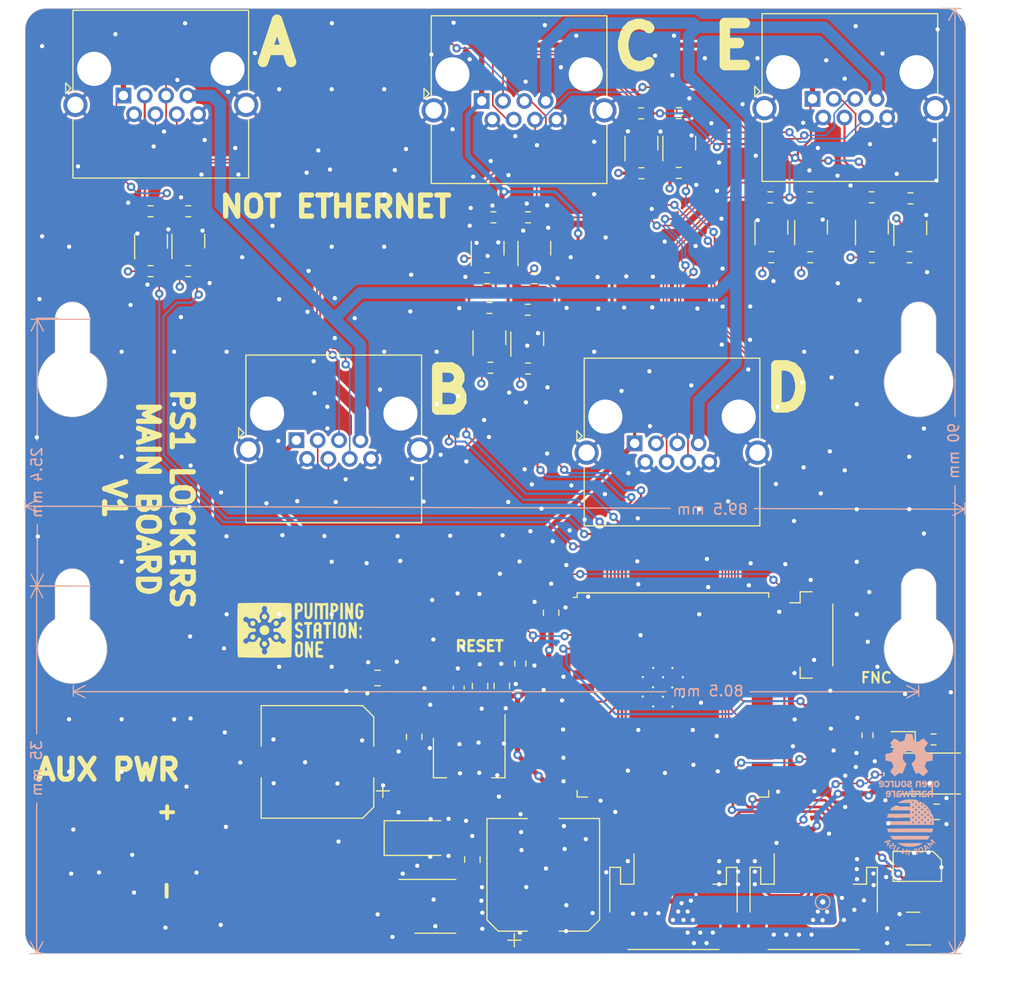
<source format=kicad_pcb>
(kicad_pcb (version 20240108) (generator "pcbnew") (generator_version "8.0")
  (title_block (date "2021-06-25") (rev "1.0P") (company "EVEZOR"))
  (layers (0 "F.Cu" signal) (1 "In1.Cu" signal) (2 "In2.Cu" signal) (31 "B.Cu" signal) (34 "B.Paste" user) (35 "F.Paste" user) (36 "B.SilkS" user "B.Silkscreen") (37 "F.SilkS" user "F.Silkscreen") (38 "B.Mask" user) (39 "F.Mask" user) (44 "Edge.Cuts" user))
  (net 0 "")
  (net 1 "Net-(D101-K)")
  (net 2 "GND")
  (net 3 "/CAN_H")
  (net 4 "/CAN_L")
  (net 5 "+3V3")
  (net 6 "/RESET")
  (net 7 "/NEO_STATUS")
  (net 8 "/BOOT")
  (net 9 "/FUNCTION_BUTTON")
  (net 10 "Net-(D103-K)")
  (net 11 "VBUS")
  (net 12 "/CAN_SLP")
  (net 13 "/CAN_RX")
  (net 14 "/CAN_TX")
  (net 16 "/TXDO")
  (net 17 "/RXD0")
  (net 18 "/SDA_OUT")
  (net 19 "+VDC")
  (net 20 "/SCL_OUT")
  (net 21 "+5V")
  (net 22 "/SCL_IN")
  (net 23 "/SDO")
  (net 24 "/SD2")
  (net 25 "/SD1")
  (net 26 "/SD3")
  (net 31 "/HBT_LED")
  (net 32 "/SDA_IN")
  (net 37 "/NEO_B")
  (net 38 "/BUT_INT_B")
  (net 39 "/BUT_INT_A")
  (net 40 "/NEO_A")
  (net 41 "/BUT_INT_C")
  (net 42 "/NEO_C")
  (net 43 "/NEO_D")
  (net 44 "/BUT_INT_D")
  (net 45 "/NEO_E")
  (net 46 "/BUT_INT_E")
  (net 48 "Net-(Q101-D)")
  (net 49 "Net-(Q102-D)")
  (net 50 "Net-(Q107-D)")
  (net 51 "Net-(Q108-D)")
  (net 52 "Net-(Q106-D)")
  (net 53 "Net-(Q105-D)")
  (net 54 "Net-(Q110-D)")
  (net 55 "Net-(Q109-D)")
  (net 56 "Net-(Q104-D)")
  (net 57 "Net-(Q103-D)")
  (footprint "Capacitor_SMD:C_0603_1608Metric" (layer "F.Cu") (at 142.2 133.9225 -90)
    (property "Reference" "C112")
    (property "Value" ".1uF")
  )
  (footprint "Button_Switch_SMD:SWITCH_2x3_SMD_TACTILE_GREEN" (layer "F.Cu") (at 144.2 127.35)
    (property "Reference" "SW101")
    (property "Value" "SW_Push")
  )
  (footprint "LED_SMD:LED_SK6812MINI_PLCC4_3.5x3.5mm_P1.75mm" (layer "F.Cu") (at 146.02 133.855 180)
    (property "Reference" "D104")
    (property "Value" "SK6812MINI")
  )
  (footprint "Package_TO_SOT_SMD:SOT-23" (layer "F.Cu") (at 144.47 148.62 180)
    (property "Reference" "D102")
    (property "Value" "D_TVS_x2_AAC")
  )
  (footprint "Connector_JST:JST_PH_S4B-PH-SM4-TB_1x04-1MP_P2.00mm_Horizontal" (layer "F.Cu") (at 135 146.1)
    (property "Reference" "J108")
    (property "Value" "Conn_01x04")
  )
  (footprint "Capacitor_SMD:C_0805_2012Metric" (layer "F.Cu") (at 110 118.55 90)
    (property "Reference" "C103")
    (property "Value" "22uF")
  )
  (footprint "Package_SO:CAN-TRANS-SN65HVD230DR" (layer "F.Cu") (at 144.865 142.7 180)
    (property "Reference" "U104")
    (property "Value" "Trans_CAN_SN65HVD230DR")
  )
  (footprint "Capacitor_SMD:C_0603_1608Metric" (layer "F.Cu") (at 101.2 125.675 90)
    (property "Reference" "C109")
    (property "Value" ".1uF")
  )
  (footprint "Capacitor_SMD:C_0805_2012Metric" (layer "F.Cu") (at 103.23 125.52 90)
    (property "Reference" "C106")
    (property "Value" "22uF")
  )
  (footprint "Capacitor_SMD:C_0805_2012Metric" (layer "F.Cu") (at 105.3 125.51 90)
    (property "Reference" "C104")
    (property "Value" "22uF")
  )
  (footprint "Package_TO_SOT_SMD:SOT-223-3_TabPin2" (layer "F.Cu") (at 102.2 132.35 -90)
    (property "Reference" "U103")
    (property "Value" "AMS1117-3.3")
  )
  (footprint "Capacitor_SMD:C_0805_2012Metric" (layer "F.Cu") (at 146.7125 137.5)
    (property "Reference" "C111")
    (property "Value" "22uF")
  )
  (footprint "Resistor_SMD:R_0603_1608Metric" (layer "F.Cu") (at 140.124 130.213 -90)
    (property "Reference" "R124")
    (property "Value" "10k")
  )
  (footprint "Evezor_extras:Fiducial_0.5mm_Mask1mm" (layer "F.Cu") (at 148.2 149.3)
    (property "Reference" "FID101")
    (property "Value" "Fiducial")
  )
  (footprint "Connector_JST:JST_PH_S4B-PH-SM4-TB_1x04-1MP_P2.00mm_Horizontal" (layer "F.Cu") (at 121.65 146.1)
    (property "Reference" "J107")
    (property "Value" "Conn_01x04")
  )
  (footprint "Capacitor_SMD:C_0603_1608Metric" (layer "F.Cu") (at 142.9125 137.5 180)
    (property "Reference" "C110")
    (property "Value" ".1uF")
  )
  (footprint "Resistor_SMD:R_0603_1608Metric" (layer "F.Cu") (at 103.9 86.69 180)
    (property "Reference" "R125" (hide yes))
    (property "Value" "10k")
  )
  (footprint "Connector_RJ:RJ45_Amphenol_RJHSE5380" (layer "F.Cu") (at 69.27 69.29)
    (property "Reference" "J101" (hide yes))
    (property "Value" "RJ45_Shielded")
  )
  (footprint "Package_TO_SOT_SMD:SOT-23" (layer "F.Cu") (at 144.2 81.89 90)
    (property "Reference" "Q103" (hide yes))
    (property "Value" "BSS138")
  )
  (footprint "Resistor_SMD:R_0603_1608Metric" (layer "F.Cu") (at 107.07 123.38 -90)
    (property "Reference" "R121" (hide yes))
    (property "Value" "10k")
  )
  (footprint "Package_TO_SOT_SMD:SOT-23" (layer "F.Cu") (at 104.125 92.3525 90)
    (property "Reference" "Q106" (hide yes))
    (property "Value" "BSS138")
  )
  (footprint "RF_Module:ESP32-WROOM-32U_evezor" (layer "F.Cu") (at 121.6 126.375)
    (property "Reference" "U102" (hide yes))
    (property "Value" "ESP32-WROOM-32U")
  )
  (footprint "Diode_SMD:D_SMA" (layer "F.Cu") (at 97.5 140)
    (property "Reference" "D101" (hide yes))
    (property "Value" "SX35_SCHOTTKY")
  )
  (footprint "Resistor_SMD:R_0603_1608Metric" (layer "F.Cu") (at 104.5 80.89)
    (property "Reference" "R126" (hide yes))
    (property "Value" "10k")
  )
  (footprint "Package_TO_SOT_SMD:SOT-23" (layer "F.Cu") (at 71.9 83.1775 90)
    (property "Reference" "Q101" (hide yes))
    (property "Value" "BSS138")
  )
  (footprint "Resistor_SMD:R_0603_1608Metric" (layer "F.Cu") (at 118.6 76.69 180)
    (property "Reference" "R117" (hide yes))
    (property "Value" "10k")
  )
  (footprint "Resistor_SMD:R_0603_1608Metric" (layer "F.Cu") (at 104.125 89.515)
    (property "Reference" "R106" (hide yes))
    (property "Value" "10k")
  )
  (footprint "Resistor_SMD:R_0603_1608Metric" (layer "F.Cu") (at 107.8 80.89 180)
    (property "Reference" "R123" (hide yes))
    (property "Value" "10k")
  )
  (footprint "Resistor_SMD:R_0603_1608Metric" (layer "F.Cu") (at 108.4 86.69 180)
    (property "Reference" "R122" (hide yes))
    (property "Value" "10k")
  )
  (footprint "Capacitor_SMD:C_0805_2012Metric" (layer "F.Cu") (at 96.96 130.37 -90)
    (property "Reference" "C107" (hide yes))
    (property "Value" "4.7uF 100V")
  )
  (footprint "Package_TO_SOT_SMD:SOT-23" (layer "F.Cu") (at 118.6 73.8275 90)
    (property "Reference" "Q107" (hide yes))
    (property "Value" "BSS138")
  )
  (footprint "Resistor_SMD:R_0603_1608Metric" (layer "F.Cu") (at 144.12 84.685 180)
    (property "Reference" "R113" (hide yes))
    (property "Value" "10k")
  )
  (footprint "Capacitor_SMD:C_0805_2012Metric" (layer "F.Cu") (at 102.5 142.05 90)
    (property "Reference" "C102" (hide yes))
    (property "Value" "4.7uF 100V")
  )
  (footprint "Inductor_SMD:INDUCTOR-68uH" (layer "F.Cu") (at 87.75 144.5)
    (property "Reference" "L101")
    (property "Value" "68uF")
  )
  (footprint "Resistor_SMD:R_0603_1608Metric" (layer "F.Cu") (at 140.545 84.685 180)
    (property "Reference" "R114" (hide yes))
    (property "Value" "10k")
  )
  (footprint "Resistor_SMD:R_0603_1608Metric" (layer "F.Cu") (at 107.775 89.69 180)
    (property "Reference" "R105" (hide yes))
    (property "Value" "10k")
  )
  (footprint "Resistor_SMD:R_0603_1608Metric" (layer "F.Cu") (at 134.675 78.99 180)
    (property "Reference" "R109" (hide yes))
    (property "Value" "10k")
  )
  (footprint "Connector_JST:JST_VH_2_VERTICAL" (layer "F.Cu") (at 67.43 141.29 -90)
    (property "Reference" "J106")
    (property "Value" "Conn_01x02_MountingPin")
  )
  (footprint "Package_TO_SOT_SMD:SOT-23" (layer "F.Cu") (at 134.75 81.8275 90)
    (property "Reference" "Q109" (hide yes))
    (property "Value" "BSS138")
  )
  (footprint "Connector_RJ:RJ45_Amphenol_RJHSE5380" (layer "F.Cu") (at 85.74 102.115)
    (property "Reference" "J103" (hide yes))
    (property "Value" "RJ45_Shielded")
  )
  (footprint "Resistor_SMD:R_0603_1608Metric" (layer "F.Cu") (at 118.575 70.99)
    (property "Reference" "R107" (hide yes))
    (property "Value" "10k")
  )
  (footprint "Connector_RJ:RJ45_Amphenol_RJHSE5380" (layer "F.Cu") (at 117.952 102.41)
    (property "Reference" "J104" (hide yes))
    (property "Value" "RJ45_Shielded")
  )
  (footprint "Symbol:ps1" (layer "F.Cu") (at 86.1 120.19)
    (property "Reference" "G***" (hide yes))
    (property "Value" "LOGO" (hide yes))
  )
  (footprint "Resistor_SMD:R_0603_1608Metric" (layer "F.Cu") (at 71.85 86.015 180)
    (property "Reference" "R111" (hide yes))
    (property "Value" "10k")
  )
  (footprint "Capacitor_SMD:CP_Elec_10x10.5" (layer "F.Cu") (at 109.25 143.5 90)
    (property "Reference" "C101" (hide yes))
    (property "Value" "220uF")
  )
  (footprint "Capacitor_SMD:CP_Elec_10x10.5" (layer "F.Cu") (at 87.75 132.75 180)
    (property "Reference" "C105" (hide yes))
    (property "Value" "220uF")
  )
  (footprint "Package_TO_SOT_SMD:SOT-23" (layer "F.Cu") (at 108.4 83.8275 90)
    (property "Reference" "Q111" (hide yes))
    (property "Value" "BSS138")
  )
  (footprint "Resistor_SMD:R_0603_1608Metric" (layer "F.Cu") (at 130.975 84.69 180)
    (property "Reference" "R120" (hide yes))
    (property "Value" "10k")
  )
  (footprint "Resistor_SMD:R_0603_1608Metric" (layer "F.Cu") (at 134.675 84.69 180)
    (property "Reference" "R119" (hide yes))
    (property "Value" "10k")
  )
  (footprint "Package_TO_SOT_SMD:SOT-23" (layer "F.Cu") (at 130.975 81.8275 90)
    (property "Reference" "Q110" (hide yes))
    (property "Value" "BSS138")
  )
  (footprint "Package_SO:SOIC-8_3.9x4.9mm_P1.27mm" (layer "F.Cu") (at 98.975 146.5)
    (property "Reference" "U101" (hide yes))
    (property "Value" "XL1509")
  )
  (footprint "Resistor_SMD:R_0603_1608Metric" (layer "F.Cu") (at 122.15 70.965 180)
    (property "Reference" "R108" (hide yes))
    (property "Value" "10k")
  )
  (footprint "Resistor_SMD:R_0603_1608Metric" (layer "F.Cu") (at 146.4175 130.61 180)
    (property "Reference" "R127" (hide yes))
    (property "Value" "10k")
  )
  (footprint "Resistor_SMD:R_0603_1608Metric" (layer "F.Cu") (at 144.22 79.085 180)
    (property "Reference" "R103" (hide yes))
    (property "Value" "10k")
  )
  (footprint "Resistor_SMD:R_0603_1608Metric" (layer "F.Cu") (at 140.52 78.985)
    (property "Reference" "R104" (hide yes))
    (property "Value" "10k")
  )
  (footprint "Resistor_SMD:R_0603_1608Metric" (layer "F.Cu") (at 71.85 80.315)
    (property "Reference" "R101" (hide yes))
    (property "Value" "10k")
  )
  (footprint "Button_Switch_SMD:SWITCH_2x3_SMD_TACTILE_GREEN" (layer "F.Cu") (at 103.31 118.96 180)
    (property "Reference" "SW102")
    (property "Value" "SW_Push")
  )
  (footprint "Package_TO_SOT_SMD:SOT-23" (layer "F.Cu") (at 103.95 83.8275 90)
    (property "Reference" "Q112" (hide yes))
    (property "Value" "BSS138")
  )
  (footprint "Capacitor_SMD:C_0805_2012Metric" (layer "F.Cu") (at 93.47 124.76 180)
    (property "Reference" "C108" (hide yes))
    (property "Value" "22uF")
  )
  (footprint "LED_SMD:LED_0603_1608Metric" (layer "F.Cu") (at 143.1825 130.6 180)
    (property "Reference" "D103" (hide yes))
    (property "Value" "led_g")
  )
  (footprint "Package_TO_SOT_SMD:SOT-23" (layer "F.Cu") (at 107.725 92.4525 90)
    (property "Reference" "Q105" (hide yes))
    (property "Value" "BSS138")
  )
  (footprint "Connector_JST:JST_SH_BM06B-SRSS-TB_1x06-1MP_P1.00mm_Vertical" (layer "F.Cu") (at 134.82 120.66 -90)
    (property "Reference" "J109" (hide yes))
    (property "Value" "ftdi_conn")
  )
  (footprint "Package_TO_SOT_SMD:SOT-23" (layer "F.Cu") (at 140.545 81.8225 90)
    (property "Reference" "Q104" (hide yes))
    (property "Value" "BSS138")
  )
  (footprint "Connector_RJ:RJ45_Amphenol_RJHSE5380" (layer "F.Cu") (at 103.388 69.81)
    (property "Reference" "J102" (hide yes))
    (property "Value" "RJ45_Shielded")
  )
  (footprint "Resistor_SMD:R_0603_1608Metric" (layer "F.Cu") (at 130.875 78.99)
    (property "Reference" "R110" (hide yes))
    (property "Value" "10k")
  )
  (footprint "Resistor_SMD:R_0603_1608Metric" (layer "F.Cu") (at 75.45 86.015 180)
    (property "Reference" "R112" (hide yes))
    (property "Value" "10k")
  )
  (footprint "Resistor_SMD:R_0603_1608Metric" (layer "F.Cu") (at 122.15 76.665 180)
    (property "Reference" "R118" (hide yes))
    (property "Value" "10k")
  )
  (footprint "Resistor_SMD:R_0603_1608Metric" (layer "F.Cu") (at 75.45 80.315 180)
    (property "Reference" "R102" (hide yes))
    (property "Value" "10k")
  )
  (footprint "Connector_RJ:RJ45_Amphenol_RJHSE5380" (layer "F.Cu") (at 134.888 69.61)
    (property "Reference" "J105" (hide yes))
    (property "Value" "RJ45_Shielded")
  )
  (footprint "Resistor_SMD:R_0603_1608Metric" (layer "F.Cu") (at 107.8 95.29 180)
    (property "Reference" "R115" (hide yes))
    (property "Value" "10k")
  )
  (footprint "Package_TO_SOT_SMD:SOT-23" (layer "F.Cu") (at 122.2 73.8275 90)
    (property "Reference" "Q108" (hide yes))
    (property "Value" "BSS138")
  )
  (footprint "Package_TO_SOT_SMD:SOT-23" (layer "F.Cu") (at 75.45 83.1525 90)
    (property "Reference" "Q102" (hide yes))
    (property "Value" "BSS138")
  )
  (footprint "Resistor_SMD:R_0603_1608Metric" (layer "F.Cu") (at 104.225 95.215 180)
    (property "Reference" "R116" (hide yes))
    (property "Value" "10k")
  )
  (footprint "Symbol:OSHW-Logo_5.7x6mm_SilkScreen" (layer "B.Cu") (at 144.09 133.09 180)
    (property "Reference" "REF**" (hide yes))
    (property "Value" "OSHW-Logo_5.7x6mm_SilkScreen" (hide yes))
  )
  (footprint "Evezor_extras:TestPoint_THTPad_D1.0mm_Drill0.5mm" (layer "B.Cu") (at 135.86 146.08)
    (property "Reference" "TP1")
    (property "Value" "TestPoint")
  )
  (footprint "Evezor_extras:MADE IN USA_RD" (layer "B.Cu") (at 144.15 138.96 180)
    (property "Reference" "G***" (hide yes))
    (property "Value" "LOGO" (hide yes))
  )
  (gr_line (start 61.014214 116) (end 64.214214 116) (stroke (width 0.12)) (layer "B.SilkS"))
  (gr_line (start 61.014214 90.500001) (end 63.014214 90.5) (stroke (width 0.12)) (layer "B.SilkS"))
  (gr_arc (start 149.5 149) (mid 148.914214 150.414214) (end 147.5 151) (stroke (width 0.05)) (layer "Edge.Cuts"))
  (gr_line (start 146.65 119.163729) (end 146.65 115.999999) (stroke (width 0.05)) (layer "Edge.Cuts"))
  (gr_line (start 61.914215 151) (end 147.5 151) (stroke (width 0.05)) (layer "Edge.Cuts"))
  (gr_line (start 66.064214 93.76373) (end 66.064214 90.6) (stroke (width 0.05)) (layer "Edge.Cuts"))
  (gr_arc (start 59.914213 63.000001) (mid 60.5 61.585791) (end 61.914214 61) (stroke (width 0.05)) (layer "Edge.Cuts"))
  (gr_line (start 149.5 149) (end 149.5 63) (stroke (width 0.05)) (layer "Edge.Cuts"))
  (gr_arc (start 66.064214 93.76373) (mid 64.414214 99.8813) (end 62.764214 93.76373) (stroke (width 0.05)) (layer "Edge.Cuts"))
  (gr_line (start 62.764214 93.76373) (end 62.764214 90.6) (stroke (width 0.05)) (layer "Edge.Cuts"))
  (gr_line (start 62.764214 119.163729) (end 62.764214 115.999999) (stroke (width 0.05)) (layer "Edge.Cuts"))
  (gr_line (start 59.914215 149) (end 59.914213 63.000001) (stroke (width 0.05)) (layer "Edge.Cuts"))
  (gr_line (start 143.349999 93.76373) (end 143.349999 90.6) (stroke (width 0.05)) (layer "Edge.Cuts"))
  (gr_line (start 66.064215 119.163729) (end 66.064215 115.999999) (stroke (width 0.05)) (layer "Edge.Cuts"))
  (gr_arc (start 66.064214 119.163729) (mid 64.414214 125.281299) (end 62.764214 119.163729) (stroke (width 0.05)) (layer "Edge.Cuts"))
  (gr_line (start 143.349999 119.163729) (end 143.35 115.999999) (stroke (width 0.05)) (layer "Edge.Cuts"))
  (gr_arc (start 146.649999 119.163728) (mid 145.000001 125.281299) (end 143.349999 119.163729) (stroke (width 0.05)) (layer "Edge.Cuts"))
  (gr_arc (start 143.35 115.999999) (mid 145 114.349999) (end 146.65 115.999999) (stroke (width 0.05)) (layer "Edge.Cuts"))
  (gr_arc (start 146.649999 93.76373) (mid 144.999999 99.8813) (end 143.349999 93.76373) (stroke (width 0.05)) (layer "Edge.Cuts"))
  (gr_arc (start 62.764214 90.6) (mid 64.414214 88.95) (end 66.064214 90.6) (stroke (width 0.05)) (layer "Edge.Cuts"))
  (gr_arc (start 143.349998 90.6) (mid 144.999999 88.949999) (end 146.65 90.6) (stroke (width 0.05)) (layer "Edge.Cuts"))
  (gr_arc (start 147.5 61) (mid 148.914214 61.585786) (end 149.5 63) (stroke (width 0.05)) (layer "Edge.Cuts"))
  (gr_line (start 146.649999 93.76373) (end 146.649999 90.6) (stroke (width 0.05)) (layer "Edge.Cuts"))
  (gr_line (start 61.914214 61) (end 147.5 61) (stroke (width 0.05)) (layer "Edge.Cuts"))
  (gr_arc (start 62.764215 115.999999) (mid 64.414215 114.349999) (end 66.064215 115.999999) (stroke (width 0.05)) (layer "Edge.Cuts"))
  (gr_arc (start 61.914215 151) (mid 60.499992 150.414219) (end 59.914215 149) (stroke (width 0.05)) (layer "Edge.Cuts"))
  (gr_text "PS1 LOCKERS\nMAIN BOARD\nV1" (at 71.6 107.69 270) (layer "F.SilkS") (effects (font (size 2 2) (thickness 0.5) (bold yes))))
  (gr_text "A" (at 83.9 64.29 0) (layer "F.SilkS") (effects (font (size 4 4) (thickness 1) (bold yes))))
  (gr_text "NOT ETHERNET" (at 78.2 81.04 0) (layer "F.SilkS") (effects (font (size 2 2) (thickness 0.5) (bold yes)) (justify left bottom)))
  (gr_text "D" (at 132.5 97.19 0) (layer "F.SilkS") (effects (font (size 4 4) (thickness 1) (bold yes))))
  (gr_text "AUX PWR\n" (at 67.8 133.49 0) (layer "F.SilkS") (effects (font (size 2 2) (thickness 0.5) (bold yes))))
  (gr_text "C" (at 118.1 64.69 0) (layer "F.SilkS") (effects (font (size 4 4) (thickness 1) (bold yes))))
  (gr_text "FNC\n" (at 140.96 124.74 0) (layer "F.SilkS") (effects (font (size 1 1) (thickness 0.2))))
  (gr_text "E" (at 127.4 64.59 0) (layer "F.SilkS") (effects (font (size 4 4) (thickness 1) (bold yes))))
  (gr_text "B" (at 100.2 97.39 0) (layer "F.SilkS") (effects (font (size 4 4) (thickness 1) (bold yes))))
  (gr_text "RESET" (at 103.18 121.72 0) (layer "F.SilkS") (effects (font (size 1 1) (thickness 0.25) (bold yes))))
  (dimension (type aligned) (layer "B.SilkS") (pts (xy 60.414214 116) (xy 60.414214 151)) (height -0.6) (gr_text "35 mm" (at 61.004214 133.36 90) (layer "B.SilkS") (effects (font (size 1 1) (thickness 0.15)) (justify mirror))) (format (prefix "") (suffix "") (units 2) (units_format 1) (precision 4) suppress_zeroes) (style (thickness 0.12) (arrow_length 1.27) (text_position_mode 2) (extension_height 0.58642) (extension_offset 0) keep_text_aligned))
  (dimension (type aligned) (layer "B.SilkS") (pts (xy 66.114214 90.600001) (xy 66.114214 116)) (height 5.05) (gr_text "25.4 mm" (at 61.024214 106.15 90) (layer "B.SilkS") (effects (font (size 1 1) (thickness 0.15)) (justify mirror))) (format (prefix "") (suffix "") (units 2) (units_format 1) (precision 4) suppress_zeroes) (style (thickness 0.12) (arrow_length 1.27) (text_position_mode 2) (extension_height 0.58642) (extension_offset 0) keep_text_aligned))
  (dimension (type aligned) (layer "B.SilkS") (pts (xy 147 151) (xy 147 61)) (height 1.46) (gr_text "90 mm" (at 148.33 103.13 90) (layer "B.SilkS") (effects (font (size 1 1) (thickness 0.15)) (justify mirror))) (format (prefix "") (suffix "") (units 2) (units_format 1) (precision 4) suppress_zeroes) (style (thickness 0.12) (arrow_length 1.27) (text_position_mode 2) (extension_height 0.58642) (extension_offset 0) keep_text_aligned))
  (dimension (type aligned) (layer "B.SilkS") (pts (xy 64.5 126.49) (xy 145 126.5)) (height -0.429709) (gr_text "80.5 mm" (at 124.95 126 359.9928825) (layer "B.SilkS") (effects (font (size 1 1) (thickness 0.15)) (justify mirror))) (format (prefix "") (suffix "") (units 2) (units_format 1) (precision 4) suppress_zeroes) (style (thickness 0.12) (arrow_length 1.27) (text_position_mode 2) (extension_height 0.58642) (extension_offset 0) keep_text_aligned))
  (dimension (type aligned) (layer "B.SilkS") (pts (xy 59.9 108.89) (xy 149.4 109.19)) (height -0.5) (gr_text "89.5 mm" (at 125.35 108.69 359.8079478) (layer "B.SilkS") (effects (font (size 1 1) (thickness 0.15)) (justify mirror))) (format (prefix "") (suffix "") (units 2) (units_format 1) (precision 2) suppress_zeroes) (style (thickness 0.12) (arrow_length 1.27) (text_position_mode 2) (extension_height 0.58642) (extension_offset 0) keep_text_aligned))
  (segment (start 96.5 145.865) (end 93.865 145.865) (width 0.5) (layer "F.Cu") (net 1))
  (segment (start 93.865 145.865) (end 92.5 144.5) (width 0.5) (layer "F.Cu") (net 1))
  (segment (start 95.5 141.5) (end 95.5 140) (width 0.5) (layer "F.Cu") (net 1))
  (segment (start 92.5 144.5) (end 95.5 141.5) (width 0.5) (layer "F.Cu") (net 1))
  (via (at 146.04 134.78) (size 0.8) (drill 0.4) (layers "F.Cu" "B.Cu") (net 2))
  (via (at 69.1 128.69) (size 0.8) (drill 0.4) (layers "F.Cu" "B.Cu") (net 2))
  (via (at 123.55 133.03) (size 0.8) (drill 0.4) (layers "F.Cu" "B.Cu") (net 2))
  (via (at 126.22 81.02) (size 0.8) (drill 0.4) (layers "F.Cu" "B.Cu") (net 2))
  (via (at 70.28 145.19) (size 0.8) (drill 0.4) (layers "F.Cu" "B.Cu") (net 2))
  (via (at 116.95 89.48) (size 0.8) (drill 0.4) (layers "F.Cu" "B.Cu") (net 2))
  (via (at 75.55 108.47) (size 0.8) (drill 0.4) (layers "F.Cu" "B.Cu") (net 2))
  (via (at 82.89 108.12) (size 0.8) (drill 0.4) (layers "F.Cu" "B.Cu") (net 2))
  (via (at 76.23 143.29) (size 0.8) (drill 0.4) (layers "F.Cu" "B.Cu") (net 2))
  (via (at 95.48 131.76) (size 0.8) (drill 0.4) (layers "F.Cu" "B.Cu") (net 2))
  (via (at 101.09 116.7) (size 0.8) (drill 0.4) (layers "F.Cu" "B.Cu") (net 2))
  (via (at 78.57 107.09) (size 0.8) (drill 0.4) (layers "F.Cu" "B.Cu") (net 2))
  (via (at 106.99 113.66) (size 0.8) (drill 0.4) (layers "F.Cu" "B.Cu") (net 2))
  (via (at 114.42 86.58) (size 0.8) (drill 0.4) (layers "F.Cu" "B.Cu") (net 2))
  (via (at 141.55 65.29) (size 0.8) (drill 0.4) (layers "F.Cu" "B.Cu") (net 2))
  (via (at 107.73 93.11) (size 0.8) (drill 0.4) (layers "F.Cu" "B.Cu") (net 2))
  (via (at 64.3 143.39) (size 0.8) (drill 0.4) (layers "F.Cu" "B.Cu") (net 2))
  (via (at 114.71 136.44) (size 0.8) (drill 0.4) (layers "F.Cu" "B.Cu") (net 2))
  (via (at 114.1 73.69) (size 0.8) (drill 0.4) (layers "F.Cu" "B.Cu") (net 2))
  (via (at 100.71 62.36) (size 0.8) (drill 0.4) (layers "F.Cu" "B.Cu") (net 2))
  (via (at 89.4 92.39) (size 0.8) (drill 0.4) (layers "F.Cu" "B.Cu") (net 2))
  (via (at 113.19 109.67) (size 0.8) (drill 0.4) (layers "F.Cu" "B.Cu") (net 2))
  (via (at 111.43 148.86) (size 0.8) (drill 0.4) (layers "F.Cu" "B.Cu") (net 2))
  (via (at 142.91 76.75) (size 0.8) (drill 0.4) (layers "F.Cu" "B.Cu") (net 2))
  (via (at 117.3 142.2) (size 0.8) (drill 0.4) (layers "F.Cu" "B.Cu") (net 2))
  (via (at 93.7 97.29) (size 0.8) (drill 0.4) (layers "F.Cu" "B.Cu") (net 2))
  (via (at 111.17 124.64) (size 0.8) (drill 0.4) (layers "F.Cu" "B.Cu") (net 2))
  (via (at 102.58 77.02) (size 0.8) (drill 0.4) (layers "F.Cu" "B.Cu") (net 2))
  (via (at 87.83 74.52) (size 0.8) (drill 0.4) (layers "F.Cu" "B.Cu") (net 2))
  (via (at 94.1 78.69) (size 0.8) (drill 0.4) (layers "F.Cu" "B.Cu") (net 2))
  (via (at 103.62 100.19) (size 0.8) (drill 0.4) (layers "F.Cu" "B.Cu") (net 2))
  (via (at 125.26 71.93) (size 0.8) (drill 0.4) (layers "F.Cu" "B.Cu") (net 2))
  (via (at 124.8 150) (size 0.8) (drill 0.4) (layers "F.Cu" "B.Cu") (net 2))
  (via (at 105.03 136.05) (size 0.8) (drill 0.4) (layers "F.Cu" "B.Cu") (net 2))
  (via (at 79.1 118.69) (size 0.8) (drill 0.4) (layers "F.Cu" "B.Cu") (net 2))
  (via (at 108.65 74.02) (size 0.8) (drill 0.4) (layers "F.Cu" "B.Cu") (net 2))
  (via (at 140.36 73.92) (size 0.8) (drill 0.4) (layers "F.Cu" "B.Cu") (net 2))
  (via (at 144.1 108.69) (size 0.8) (drill 0.4) (layers "F.Cu" "B.Cu") (net 2))
  (via (at 107.34 82.16) (size 0.8) (drill 0.4) (layers "F.Cu" "B.Cu") (net 2))
  (via (at 109.65 97.08) (size 0.8) (drill 0.4) (layers "F.Cu" "B.Cu") (net 2))
  (via (at 104.97 83.28) (size 0.8) (drill 0.4) (layers "F.Cu" "B.Cu") (net 2))
  (via (at 111.76 110.7) (size 0.8) (drill 0.4) (layers "F.Cu" "B.Cu") (net 2))
  (via (at 143.7 126.28) (size 0.8) (drill 0.4) (layers "F.Cu" "B.Cu") (net 2))
  (via (at 61.12 111.28) (size 0.8) (drill 0.4) (layers "F.Cu" "B.Cu") (net 2))
  (via (at 126.25 93.01) (size 0.8) (drill 0.4) (layers "F.Cu" "B.Cu") (net 2))
  (via (at 86.57 132.78) (size 0.8) (drill 0.4) (layers "F.Cu" "B.Cu") (net 2))
  (via (at 134.59 76.42) (size 0.8) (drill 0.4) (layers "F.Cu" "B.Cu") (net 2))
  (via (at 127.8 144.4) (size 0.8) (drill 0.4) (layers "F.Cu" "B.Cu") (net 2))
  (via (at 139 62.69) (size 0.8) (drill 0.4) (layers "F.Cu" "B.Cu") (net 2))
  (via (at 98.78 121.09) (size 0.8) (drill 0.4) (layers "F.Cu" "B.Cu") (net 2))
  (via (at 96.75 105.76) (size 0.8) (drill 0.4) (layers "F.Cu" "B.Cu") (net 2))
  (via (at 131.2 149.2) (size 0.8) (drill 0.4) (layers "F.Cu" "B.Cu") (net 2))
  (via (at 113.95 147.14) (size 0.8) (drill 0.4) (layers "F.Cu" "B.Cu") (net 2))
  (via (at 100.61 72.5) (size 0.8) (drill 0.4) (layers "F.Cu" "B.Cu") (net 2))
  (via (at 102.49 139.8) (size 0.8) (drill 0.4) (layers "F.Cu" "B.Cu") (net 2))
  (via (at 99.1 98.69) (size 0.8) (drill 0.4) (layers "F.Cu" "B.Cu") (net 2))
  (via (at 114.1 93.69) (size 0.8) (drill 0.4) (layers "F.Cu" "B.Cu") (net 2))
  (via (at 78.92 129.94) (size 0.8) (drill 0.4) (layers "F.Cu" "B.Cu") (net 2))
  (via (at 84.1 78.69) (size 0.8) (drill 0.4) (layers "F.Cu" "B.Cu") (net 2))
  (via (at 112.4 63.59) (size 0.8) (drill 0.4) (layers "F.Cu" "B.Cu") (net 2))
  (via (at 135.04 123.03) (size 0.8) (drill 0.4) (layers "F.Cu" "B.Cu") (net 2))
  (via (at 79.24 68.94) (size 0.8) (drill 0.4) (layers "F.Cu" "B.Cu") (net 2))
  (via (at 95.47 137.55) (size 0.8) (drill 0.4) (layers "F.Cu" "B.Cu") (net 2))
  (via (at 86.9 85.99) (size 0.8) (drill 0.4) (layers "F.Cu" "B.Cu") (net 2))
  (via (at 136.54 103.18) (size 0.8) (drill 0.4) (layers "F.Cu" "B.Cu") (net 2))
  (via (at 111.37 118.04) (size 0.8) (drill 0.4) (layers "F.Cu" "B.Cu") (net 2))
  (via (at 119.63 89.46) (size 0.8) (drill 0.4) (layers "F.Cu" "B.Cu") (net 2))
  (via (at 103.41 144.68) (size 0.8) (drill 0.4) (layers "F.Cu" "B.Cu") (net 2))
  (via (at 147.65 138.67) (size 0.8) (drill 0.4) (layers "F.Cu" "B.Cu") (net 2))
  (via (at 145.5 101) (size 0.8) (drill 0.4) (layers "F.Cu" "B.Cu") (net 2))
  (via (at 128.83 115.93) (size 0.8) (drill 0.4) (layers "F.Cu" "B.Cu") (net 2))
  (via (at 142 150) (size 0.8) (drill 0.4) (layers "F.Cu" "B.Cu") (net 2))
  (via (at 142.12 138.6) (size 0.8) (drill 0.4) (layers "F.Cu" "B.Cu") (net 2))
  (via (at 77.01 73.53) (size 0.8) (drill 0.4) (layers "F.Cu" "B.Cu") (net 2))
  (via (at 89.65 134.81) (size 0.8) (drill 0.4) (layers "F.Cu" "B.Cu") (net 2))
  (via (at 86.72 76.64) (size 0.8) (drill 0.4) (layers "F.Cu" "B.Cu") (net 2))
  (via (at 129.65 65.74) (size 0.8) (drill 0.4) (layers "F.Cu" "B.Cu") (net 2))
  (via (at 95.63 113.61) (size 0.8) (drill 0.4) (layers "F.Cu" "B.Cu") (net 2))
  (via (at 108.75 91.92) (size 0.8) (drill 0.4) (layers "F.Cu" "B.Cu") (net 2))
  (via (at 95.87 143.39) (size 0.8) (drill 0.4) (layers "F.Cu" "B.Cu") (net 2))
  (via (at 106.63 125.33) (size 0.8) (drill 0.4) (layers "F.Cu" "B.Cu") (net 2))
  (via (at 76.8 82.16) (size 0.8) (drill 0.4) (layers "F.Cu" "B.Cu") (net 2))
  (via (at 100.23 141.7) (size 0.8) (drill 0.4) (layers "F.Cu" "B.Cu") (net 2))
  (via (at 104.41 79.77) (size 0.8) (drill 0.4) (layers "F.Cu" "B.Cu") (net 2))
  (via (at 61.53 82.7) (size 0.8) (drill 0.4) (layers "F.Cu" "B.Cu") (net 2))
  (via (at 77.48 87.15) (size 0.8) (drill 0.4) (layers "F.Cu" "B.Cu") (net 2))
  (via (at 129.4 142.2) (size 0.8) (drill 0.4) (layers "F.Cu" "B.Cu") (net 2))
  (via (at 128.23 70.11) (size 0.8) (drill 0.4) (layers "F.Cu" "B.Cu") (net 2))
  (via (at 107.63 144.67) (size 0.8) (drill 0.4) (layers "F.Cu" "B.Cu") (net 2))
  (via (at 128.78 95.38) (size 0.8) (drill 0.4) (layers "F.Cu" "B.Cu") (net 2))
  (via (at 64.95 76.04) (size 0.8) (drill 0.4) (layers "F.Cu" "B.Cu") (net 2))
  (via (at 145.5 111) (size 0.8) (drill 0.4) (layers "F.Cu" "B.Cu") (net 2))
  (via (at 68.51 63.45) (size 0.8) (drill 0.4) (layers "F.Cu" "B.Cu") (net 2))
  (via (at 64.1 128.69) (size 0.8) (drill 0.4) (layers "F.Cu" "B.Cu") (net 2))
  (via (at 131.55 98.94) (size 0.8) (drill 0.4) (layers "F.Cu" "B.Cu") (net 2))
  (via (at 88.69 98.93) (size 0.8) (drill 0.4) (layers "F.Cu" "B.Cu") (net 2))
  (via (at 139.37 88.79) (size 0.8) (drill 0.4) (layers "F.Cu" "B.Cu") (net 2))
  (via (at 137.69 145.7) (size 0.8) (drill 0.4) (layers "F.Cu" "B.Cu") (net 2))
  (via (at 139.16 128.55) (size 0.8) (drill 0.4) (layers "F.Cu" "B.Cu") (net 2))
  (via (at 138.87 146.83) (size 0.8) (drill 0.4) (layers "F.Cu" "B.Cu") (net 2))
  (via (at 113.53 117.01) (size 0.8) (drill 0.4) (layers "F.Cu" "B.Cu") (net 2))
  (via (at 74.1 113.69) (size 0.8) (drill 0.4) (layers "F.Cu" "B.Cu") (net 2))
  (via (at 126.33 89.39) (size 0.8) (drill 0.4) (layers "F.Cu" "B.Cu") (net 2))
  (via (at 92.57 123.26) (size 0.8) (drill 0.4) (layers "F.Cu" "B.Cu") (net 2))
  (via (at 111.22 138.86) (size 0.8) (drill 0.4) (layers "F.Cu" "B.Cu") (net 2))
  (via (at 116.11 137.51) (size 0.8) (drill 0.4) (layers "F.Cu" "B.Cu") (net 2))
  (via (at 69.72 79.5) (size 0.8) (drill 0.4) (layers "F.Cu" "B.Cu") (net 2))
  (via (at 87.48 97.64) (size 0.8) (drill 0.4) (layers "F.Cu" "B.Cu") (net 2))
  (via (at 103.39 127.68) (size 0.8) (drill 0.4) (layers "F.Cu" "B.Cu") (net 2))
  (via (at 145.8 86.11) (size 0.8) (drill 0.4) (layers "F.Cu" "B.Cu") (net 2))
  (via (at 109.62 79.75) (size 0.8) (drill 0.4) (layers "F.Cu" "B.Cu") (net 2))
  (via (at 95.3 123.21) (size 0.8) (drill 0.4) (layers "F.Cu" "B.Cu") (net 2))
  (via (at 146.7 77.39) (size 0.8) (drill 0.4) (layers "F.Cu" "B.Cu") (net 2))
  (via (at 84.1 88.69) (size 0.8) (drill 0.4) (layers "F.Cu" "B.Cu") (net 2))
  (via (at 131.61 135.58) (size 0.8) (drill 0.4) (layers "F.Cu" "B.Cu") (net 2))
  (via (at 100.39 111.22) (size 0.8) (drill 0.4) (layers "F.Cu" "B.Cu") (net 2))
  (via (at 133.13 109.81) (size 0.8) (drill 0.4) (layers "F.Cu" "B.Cu") (net 2))
  (via (at 103.95 84.57) (size 0.8) (drill 0.4) (layers "F.Cu" "B.Cu") (net 2))
  (via (at 108.16 106.32) (size 0.8) (drill 0.4) (layers "F.Cu" "B.Cu") (net 2))
  (via (at 95.38 111.25) (size 0.8) (drill 0.4) (layers "F.Cu" "B.Cu") (net 2))
  (via (at 139.13 142.01) (size 0.8) (drill 0.4) (layers "F.Cu" "B.Cu") (net 2))
  (via (at 103.16 133.79) (size 0.8) (drill 0.4) (layers "F.Cu" "B.Cu") (net 2))
  (via (at 102.25 81.69) (size 0.8) (drill 0.4) (layers "F.Cu" "B.Cu") (net 2))
  (via (at 124.96 116.1) (size 0.8) (drill 0.4) (layers "F.Cu" "B.Cu") (net 2))
  (via (at 91.3 90.49) (size 0.8) (drill 0.4) (layers "F.Cu" "B.Cu") (net 2))
  (via (at 85.82 107.92) (size 0.8) (drill 0.4) (layers "F.Cu" "B.Cu") (net 2))
  (via (at 64.5 139.19) (size 0.8) (drill 0.4) (layers "F.Cu" "B.Cu") (net 2))
  (via (at 117.16 86.51) (size 0.8) (drill 0.4) (layers "F.Cu" "B.Cu") (net 2))
  (via (at 89.12 62.41) (size 0.8) (drill 0.4) (layers "F.Cu" "B.Cu") (net 2))
  (via (at 105.68 127.64) (size 0.8) (drill 0.4) (layers "F.Cu" "B.Cu") (net 2))
  (via (at 107.14 139.43) (size 0.8) (drill 0.4) (layers "F.Cu" "B.Cu") (net 2))
  (via (at 111.47 89.51) (size 0.8) (drill 0.4) (layers "F.Cu" "B.Cu") (net 2))
  (via (at 136.58 125.97) (size 0.8) (drill 0.4) (layers "F.Cu" "B.Cu") (net 2))
  (via (at 89.1 118.69) (size 0.8) (drill 0.4) (layers "F.Cu" "B.Cu") (net 2))
  (via (at 131.72 118.45) (size 0.8) (drill 0.4) (layers "F.Cu" "B.Cu") (net 2))
  (via (at 125.99 75.68) (size 0.8) (drill 0.4) (layers "F.Cu" "B.Cu") (net 2))
  (via (at 103.36 145.97) (size 0.8) (drill 0.4) (layers "F.Cu" "B.Cu") (net 2))
  (via (at 108.03 110.78) (size 0.8) (drill 0.4) (layers "F.Cu" "B.Cu") (net 2))
  (via (at 104.08 101.81) (size 0.8) (drill 0.4) (layers "F.Cu" "B.Cu") (net 2))
  (via (at 80.4 132.81) (size 0.8) (drill 0.4) (layers "F.Cu" "B.Cu") (net 2))
  (via (at 140.71 144.48) (size 0.8) (drill 0.4) (layers "F.Cu" "B.Cu") (net 2))
  (via (at 110.62 86.69) (size 0.8) (drill 0.4) (layers "F.Cu" "B.Cu") (net 2))
  (via (at 111.87 84.69) (size 0.8) (drill 0.4) (layers "F.Cu" "B.Cu") (net 2))
  (via (at 134.8 149.2) (size 0.8) (drill 0.4) (layers "F.Cu" "B.Cu") (net 2))
  (via (at 144.1 103.69) (size 0.8) (drill 0.4) (layers "F.Cu" "B.Cu") (net 2))
  (via (at 123.16 69.56) (size 0.8) (drill 0.4) (layers "F.Cu" "B.Cu") (net 2))
  (via (at 75.67 104.53) (size 0.8) (drill 0.4) (layers "F.Cu" "B.Cu") (net 2))
  (via (at 126 142.2) (size 0.8) (drill 0.4) (layers "F.Cu" "B.Cu") (net 2))
  (via (at 109.72 81.88) (size 0.8) (drill 0.4) (layers "F.Cu" "B.Cu") (net 2))
  (via (at 137.95 67.69) (size 0.8) (drill 0.4) (layers "F.Cu" "B.Cu") (net 2))
  (via (at 115.25 143.26) (size 0.8) (drill 0.4) (layers "F.Cu" "B.Cu") (net 2))
  (via (at 119.36 95.55) (size 0.8) (drill 0.4) (layers "F.Cu" "B.Cu") (net 2))
  (via (at 134.1 93.69) (size 0.8) (drill 0.4) (layers "F.Cu" "B.Cu") (net 2))
  (via (at 115.12 107.25) (size 0.8) (drill 0.4) (layers "F.Cu" "B.Cu") (net 2))
  (via (at 120.22 147.15) (size 0.8) (drill 0.4) (layers "F.Cu" "B.Cu") (net 2))
  (via (at 129.4 143.2) (size 0.8) (drill 0.4) (layers "F.Cu" "B.Cu") (net 2))
  (via (at 88.7 100.99) (size 0.8) (drill 0.4) (layers "F.Cu" "B.Cu") (net 2))
  (via (at 121.7 63.59) (size 0.8) (drill 0.4) (layers "F.Cu" "B.Cu") (net 2))
  (via (at 111.45 114) (size 0.8) (drill 0.4) (layers "F.Cu" "B.Cu") (net 2))
  (via (at 101.27 131.06) (size 0.8) (drill 0.4) (layers "F.Cu" "B.Cu") (net 2))
  (via (at 96.67 86.36) (size 0.8) (drill 0.4) (layers "F.Cu" "B.Cu") (net 2))
  (via (at 136.64 129.57) (size 0.8) (drill 0.4) (layers "F.Cu" "B.Cu") (net 2))
  (via (at 105.5 131) (size 0.8) (drill 0.4) (layers "F.Cu" "B.Cu") (net 2))
  (via (at 79.03 138.93) (size 0.8) (drill 0.4) (layers "F.Cu" "B.Cu") (net 2))
  (via (at 98.49 127.31) (size 0.8) (drill 0.4) (layers "F.Cu" "B.Cu") (net 2))
  (via (at 61.02 101.84) (size 0.8) (drill 0.4) (layers "F.Cu" "B.Cu") (net 2))
  (via (at 139.1 113.69) (size 0.8) (drill 0.4) (layers "F.Cu" "B.Cu") (net 2))
  (via (at 99.1 93.69) (size 0.8) (drill 0.4) (layers "F.Cu" "B.Cu") (net 2))
  (via (at 111.45 146.39) (size 0.8) (drill 0.4) (layers "F.Cu" "B.Cu") (net 2))
  (via (at 118.3 115.83) (size 0.8) (drill 0.4) (layers "F.Cu" "B.Cu") (net 2))
  (via (at 89.75 140.33) (size 0.8) (drill 0.4) (layers "F.Cu" "B.Cu") (net 2))
  (via (at 105.92 108) (size 0.8) (drill 0.4) (layers "F.Cu" "B.Cu") (net 2))
  (via (at 93.48 147.27) (size 0.8) (drill 0.4) (layers "F.Cu" "B.Cu") (net 2))
  (via (at 132.4 149.2) (size 0.8) (drill 0.4) (layers "F.Cu" "B.Cu") (net 2))
  (via (at 84.41 111.16) (size 0.8) (drill 0.4) (layers "F.Cu" "B.Cu") (net 2))
  (via (at 146.8 62.99) (size 0.8) (drill 0.4) (layers "F.Cu" "B.Cu") (net 2))
  (via (at 98.45 131.43) (size 0.8) (drill 0.4) (layers "F.Cu" "B.Cu") (net 2))
  (via (at 89.1 68.69) (size 0.8) (drill 0.4) (layers "F.Cu" "B.Cu") (net 2))
  (via (at 135.68 107.18) (size 0.8) (drill 0.4) (layers "F.Cu" "B.Cu") (net 2))
  (via (at 119.41 100.78) (size 0.8) (drill 0.4) (layers "F.Cu" "B.Cu") (net 2))
  (via (at 94.1 93.69) (size 0.8) (drill 0.4) (layers "F.Cu" "B.Cu") (net 2))
  (via (at 139.11 142.96) (size 0.8) (drill 0.4) (layers "F.Cu" "B.Cu") (net 2))
  (via (at 134.04 104.7) (size 0.8) (drill 0.4) (layers "F.Cu" "B.Cu") (net 2))
  (via (at 125.4 149) (size 0.8) (drill 0.4) (layers "F.Cu" "B.Cu") (net 2))
  (via (at 117.36 105.25) (size 0.8) (drill 0.4) (layers "F.Cu" "B.Cu") (net 2))
  (via (at 137.88 147.8) (size 0.8) (drill 0.4) (layers "F.Cu" "B.Cu") (net 2))
  (via (at 75.62 120.8) (size 0.8) (drill 0.4) (layers "F.Cu" "B.Cu") (net 2))
  (via (at 116.7 97.42) (size 0.8) (drill 0.4) (layers "F.Cu" "B.Cu") (net 2))
  (via (at 139.02 133.23) (size 0.8) (drill 0.4) (layers "F.Cu" "B.Cu") (net 2))
  (via (at 94.1 83.69) (size 0.8) (drill 0.4) (layers "F.Cu" "B.Cu") (net 2))
  (via (at 126 144.4) (size 0.8) (drill 0.4) (layers "F.Cu" "B.Cu") (net 2))
  (via (at 102.24 65.84) (size 0.8) (drill 0.4) (layers "F.Cu" "B.Cu") (net 2))
  (via (at 131.17 86.96) (size 0.8) (drill 0.4) (layers "F.Cu" "B.Cu") (net 2))
  (via (at 126.32 85.77) (size 0.8) (drill 0.4) (layers "F.Cu" "B.Cu") (net 2))
  (via (at 86.8 89.89) (size 0.8) (drill 0.4) (layers "F.Cu" "B.Cu") (net 2))
  (via (at 123.93 89.58) (size 0.8) (drill 0.4) (layers "F.Cu" "B.Cu") (net 2))
  (via (at 135.06 135.55) (size 0.8) (drill 0.4) (layers "F.Cu" "B.Cu") (net 2))
  (via (at 103.09 130.91) (size 0.8) (drill 0.4) (layers "F.Cu" "B.Cu") (net 2))
  (via (at 74.76 78.99) (size 0.8) (drill 0.4) (layers "F.Cu" "B.Cu") (net 2))
  (via (at 107.03 149.01) (size 0.8) (drill 0.4) (layers "F.Cu" "B.Cu") (net 2))
  (via (at 76.7 76.82) (size 0.8) (drill 0.4) (layers "F.Cu" "B.Cu") (net 2))
  (via (at 72.15 74.14) (size 0.8) (drill 0.4) (layers "F.Cu" "B.Cu") (net 2))
  (via (at 103.17 116.76) (size 0.8) (drill 0.4) (layers "F.Cu" "B.Cu") (net 2))
  (via (at 61.28 88.67) (size 0.8) (drill 0.4) (layers "F.Cu" "B.Cu") (net 2))
  (via (at 124.2 149) (size 0.8) (drill 0.4) (layers "F.Cu" "B.Cu") (net 2))
  (via (at 133.19 128.7) (size 0.8) (drill 0.4) (layers "F.Cu" "B.Cu") (net 2))
  (via (at 128.96 89.38) (size 0.8) (drill 0.4) (layers "F.Cu" "B.Cu") (net 2))
  (via (at 139.1 93.69) (size 0.8) (drill 0.4) (layers "F.Cu" "B.Cu") (net 2))
  (via (at 105.25 123.41) (size 0.8) (drill 0.4) (layers "F.Cu" "B.Cu") (net 2))
  (via (at 104.25 75.53) (size 0.8) (drill 0.4) (layers "F.Cu" "B.Cu") (net 2))
  (via (at 129.4 144.4) (size 0.8) (drill 0.4) (layers "F.Cu" "B.Cu") (net 2))
  (via (at 73.27 148.53) (size 0.8) (drill 0.4) (layers "F.Cu" "B.Cu") (net 2))
  (via (at 74.1 108.69) (size 0.8) (drill 0.4) (layers "F.Cu" "B.Cu") (net 2))
  (via (at 124.27 127.11) (size 0.8) (drill 0.4) (layers "F.Cu" "B.Cu") (net 2))
  (via (at 90.43 105.84) (size 0.8) (drill 0.4) (layers "F.Cu" "B.Cu") (net 2))
  (via (at 136.7 96.14) (size 0.8) (drill 0.4) (layers "F.Cu" "B.Cu") (net 2))
  (via (at 70.6 82.43) (size 0.8) (drill 0.4) (layers "F.Cu" "B.Cu") (net 2))
  (via (at 64.1 133.69) (size 0.8) (drill 0.4) (layers "F.Cu" "B.Cu") (net 2))
  (via (at 126 143.25) (size 0.8) (drill 0.4) (layers "F.Cu" "B.Cu") (net 2))
  (via (at 83.58 134.78) (size 0.8) (drill 0.4) (layers "F.Cu" "B.Cu") (net 2))
  (via (at 69.1 133.69) (size 0.8) (drill 0.4) (layers "F.Cu" "B.Cu") (net 2))
  (via (at 131.41 106.29) (size 0.8) (drill 0.4) (layers "F.Cu" "B.Cu") (net 2))
  (via (at 94.89 149.41) (size 0.8) (drill 0.4) (layers "F.Cu" "B.Cu") (net 2))
  (via (at 79.09 111.26) (size 0.8) (drill 0.4) (layers "F.Cu" "B.Cu") (net 2))
  (via (at 123.6 150) (size 0.8) (drill 0.4) (layers "F.Cu" "B.Cu") (net 2))
  (via (at 123.82 77.8) (size 0.8) (drill 0.4) (layers "F.Cu" "B.Cu") (net 2))
  (via (at 69.1 103.69) (size 0.8) (drill 0.4) (layers "F.Cu" "B.Cu") (net 2))
  (via (at 118.2 113.65) (size 0.8) (drill 0.4) (layers "F.Cu" "B.Cu") (net 2))
  (via (at 80.58 84.69) (size 0.8) (drill 0.4) (layers "F.Cu" "B.Cu") (net 2))
  (via (at 139.07 131.9) (size 0.8) (drill 0.4) (layers "F.Cu" "B.Cu") (net 2))
  (via (at 90.5 126) (size 0.8) (drill 0.4) (layers "F.Cu" "B.Cu") (net 2))
  (via (at 143.18 147.24) (size 0.8) (drill 0.4) (layers "F.Cu" "B.Cu") (net 2))
  (via (at 131.46 140.46) (size 0.8) (drill 0.4) (layers "F.Cu" "B.Cu") (net 2))
  (via (at 107.48 104.88) (size 0.8) (drill 0.4) (layers "F.Cu" "B.Cu") (net 2))
  (via (at 75.28 135.1) (size 0.8) (drill 0.4) (layers "F.Cu" "B.Cu") (net 2))
  (via (at 139.1 108.69) (size 0.8) (drill 0.4) (layers "F.Cu" "B.Cu") (net 2))
  (via (at 134 71.89) (size 0.8) (drill 0.4) (layers "F.Cu" "B.Cu") (net 2))
  (via (at 135.86 81.11) (size 0.8) (drill 0.4) (layers "F.Cu" "B.Cu") (net 2))
  (via (at 119 147.2) (size 0.8) (drill 0.4) (layers "F.Cu" "B.Cu") (net 2))
  (via (at 101.32 133.83) (size 0.8) (drill 0.4) (layers "F.Cu" "B.Cu") (net 2))
  (via (at 118.3 129.71) (size 0.8) (drill 0.4) (layers "F.Cu" "B.Cu") (net 2))
  (via (at 97.25 142.64) (size 0.8) (drill 0.4) (layers "F.Cu" "B.Cu") (net 2))
  (via (at 103.45 147.11) (size 0.8) (drill 0.4) (layers "F.Cu" "B.Cu") (net 2))
  (via (at 97.94 125.73) (size 0.8) (drill 0.4) (layers "F.Cu" "B.Cu") (net 2))
  (via (at 98.67 117.33) (size 0.8) (drill 0.4) (layers "F.Cu" "B.Cu") (net 2))
  (via (at 104.87 134.02) (size 0.8) (drill 0.4) (layers "F.Cu" "B.Cu") (net 2))
  (via (at 101.12 123.85) (size 0.8) (drill 0.4) (layers "F.Cu" "B.Cu") (net 2))
  (via (at 74.41 67.81) (size 0.8) (drill 0.4) (layers "F.Cu" "B.Cu") (net 2))
  (via (at 125.87 133.65) (size 0.8) (drill 0.4) (layers "F.Cu" "B.Cu") (net 2))
  (via (at 125.77 130.29) (size 0.8) (drill 0.4) (layers "F.Cu" "B.Cu") (net 2))
  (via (at 140.15 121.31) (size 0.8) (drill 0.4) (layers "F.Cu" "B.Cu") (net 2))
  (via (at 78.54 148.27) (size 0.8) (drill 0.4) (layers "F.Cu" "B.Cu") (net 2))
  (via (at 133.6 149.2) (size 0.8) (drill 0.4) (layers "F.Cu" "B.Cu") (net 2))
  (via (at 123.76 83.62) (size 0.8) (drill 0.4) (layers "F.Cu" "B.Cu") (net 2))
  (via (at 84.02 102.18) (size 0.8) (drill 0.4) (layers "F.Cu" "B.Cu") (net 2))
  (via (at 121.54 67.36) (size 0.8) (drill 0.4) (layers "F.Cu" "B.Cu") (net 2))
  (via (at 101.25 89.54) (size 0.8) (drill 0.4) (layers "F.Cu" "B.Cu") (net 2))
  (via (at 114.1 78.69) (size 0.8) (drill 0.4) (layers "F.Cu" "B.Cu") (net 2))
  (via (at 123.49 129.71) (size 0.8) (drill 0.4) (layers "F.Cu" "B.Cu") (net 2))
  (via (at 66.95 143.27) (size 0.8) (drill 0.4) (layers "F.Cu" "B.Cu") (net 2))
  (via (at 102.9 83.32) (size 0.8) (drill 0.4) (layers "F.Cu" "B.Cu") (net 2))
  (via (at 70.11 141.6) (size 0.8) (drill 0.4) (layers "F.Cu" "B.Cu") (net 2))
  (via (at 74.75 90.39) (size 0.8) (drill 0.4) (layers "F.Cu" "B.Cu") (net 2))
  (via (at 124.1 118.69) (size 0.8) (drill 0.4) (layers "F.Cu" "B.Cu") (net 2))
  (via (at 120.81 83.2) (size 0.8) (drill 0.4) (layers "F.Cu" "B.Cu") (net 2))
  (via (at 136.9 131.66) (size 0.8) (drill 0.4) (layers "F.Cu" "B.Cu") (net 2))
  (via (at 145.72 80.67) (size 0.8) (drill 0.4) (layers "F.Cu" "B.Cu") (net 2))
  (via (at 103.45 148.64) (size 0.8) (drill 0.4) (layers "F.Cu" "B.Cu") (net 2))
  (via (at 147.65 136.2) (size 0.8) (drill 0.4) (layers "F.Cu" "B.Cu") (net 2))
  (via (at 88.41 111.24) (size 0.8) (drill 0.4) (layers "F.Cu" "B.Cu") (net 2))
  (via (at 111.17 132.35) (size 0.8) (drill 0.4) (layers "F.Cu" "B.Cu") (net 2))
  (via (at 110 115.78) (size 0.8) (drill 0.4) (layers "F.Cu" "B.Cu") (net 2))
  (via (at 84.1 68.69) (size 0.8) (drill 0.4) (layers "F.Cu" "B.Cu") (net 2))
  (via (at 78.85 121.94) (size 0.8) (drill 0.4) (layers "F.Cu" "B.Cu") (net 2))
  (via (at 145.94 141.36) (size 0.8) (drill 0.4) (layers "F.Cu" "B.Cu") (net 2))
  (via (at 124.83 113.42) (size 0.8) (drill 0.4) (layers "F.Cu" "B.Cu") (net 2))
  (via (at 148.06 126.12) (size 0.8) (drill 0.4) (layers "F.Cu" "B.Cu") (net 2))
  (via (at 101.93 104.14) (size 0.8) (drill 0.4) (layers "F.Cu" "B.Cu") (net 2))
  (via (at 79.1 93.69) (size 0.8) (drill 0.4) (layers "F.Cu" "B.Cu") (net 2))
  (via (at 127.8 142.2) (size 0.8) (drill 0.4) (layers "F.Cu" "B.Cu") (net 2))
  (via (at 119.69 86.55) (size 0.8) (drill 0.4) (layers "F.Cu" "B.Cu") (net 2))
  (via (at 133.17 124.29) (size 0.8) (drill 0.4) (layers "F.Cu" "B.Cu") (net 2))
  (via (at 137.3 87.17) (size 0.8) (drill 0.4) (layers "F.Cu" "B.Cu") (net 2))
  (via (at 94.1 68.69) (size 0.8) (drill 0.4) (layers "F.Cu" "B.Cu") (net 2))
  (via (at 139.1 118.69) (size 0.8) (drill 0.4) (layers "F.Cu" "B.Cu") (net 2))
  (via (at 95.12 76.39) (size 0.8) (drill 0.4) (layers "F.Cu" "B.Cu") (net 2))
  (via (at 69.95 89.24) (size 0.8) (drill 0.4) (layers "F.Cu" "B.Cu") (net 2))
  (via (at 107.57 67.97) (size 0.8) (drill 0.4) (layers "F.Cu" "B.Cu") (net 2))
  (via (at 139.1 98.69) (size 0.8) (drill 0.4) (layers "F.Cu" "B.Cu") (net 2))
  (via (at 106.58 73.16) (size 0.8) (drill 0.4) (layers "F.Cu" "B.Cu") (net 2))
  (via (at 127.8 143.2) (size 0.8) (drill 0.4) (layers "F.Cu" "B.Cu") (net 2))
  (via (at 107.6 98.51) (size 0.8) (drill 0.4) (layers "F.Cu" "B.Cu") (net 2))
  (via (at 73.14 72.72) (size 0.8) (drill 0.4) (layers "F.Cu" "B.Cu") (net 2))
  (via (at 123.35 96.89) (size 0.8) (drill 0.4) (layers "F.Cu" "B.Cu") (net 2))
  (via (at 102.34 80) (size 0.8) (drill 0.4) (layers "F.Cu" "B.Cu") (net 2))
  (via (at 120.84 133.8) (size 0.8) (drill 0.4) (layers "F.Cu" "B.Cu") (net 2))
  (via (at 144.56 141.42) (size 0.8) (drill 0.4) (layers "F.Cu" "B.Cu") (net 2))
  (via (at 89.1 123.69) (size 0.8) (drill 0.4) (layers "F.Cu" "B.Cu") (net 2))
  (via (at 96.18 74.39) (size 0.8) (drill 0.4) (layers "F.Cu" "B.Cu") (net 2))
  (via (at 105.38 111.17) (size 0.8) (drill 0.4) (layers "F.Cu" "B.Cu") (net 2))
  (via (at 113.31 140.1) (size 0.8) (drill 0.4) (layers "F.Cu" "B.Cu") (net 2))
  (via (at 123 149) (size 0.8) (drill 0.4) (layers "F.Cu" "B.Cu") (net 2))
  (via (at 147.16 142.78) (size 0.8) (drill 0.4) (layers "F.Cu" "B.Cu") (net 2))
  (via (at 133.03 131.26) (size 0.8) (drill 0.4) (layers "F.Cu" "B.Cu") (net 2))
  (via (at 109.51 142.9) (size 0.8) (drill 0.4) (layers "F.Cu" "B.Cu") (net 2))
  (via (at 115.19 82.81) (size 0.8) (drill 0.4) (layers "F.Cu" "B.Cu") (net 2))
  (via (at 119.58 80.09) (size 0.8) (drill 0.4) (layers "F.Cu" "B.Cu") (net 2))
  (via (at 124.64 65.74) (size 0.8) (drill 0.4) (layers "F.Cu" "B.Cu") (net 2))
  (via (at 114.49 89.58) (size 0.8) (drill 0.4) (layers "F.Cu" "B.Cu") (net 2))
  (via (at 138.01 134.06) (size 0.8) (drill 0.4) (layers "F.Cu" "B.Cu") (net 2))
  (via (at 109.29 125.89) (size 0.8) (drill 0.4) (layers "F.Cu" "B.Cu") (net 2))
  (via (at 69.1 113.69) (size 0.8) (drill 0.4) (layers "F.Cu" "B.Cu") (net 2))
  (via (at 101.14 97.93) (size 0.8) (drill 0.4) (layers "F.Cu" "B.Cu") (net 2))
  (via (at 106 97.58) (size 0.8) (drill 0.4) (layers "F.Cu" "B.Cu") (net 2))
  (via (at 139.79 145.93) (size 0.8) (drill 0.4) (layers "F.Cu" "B.Cu") (net 2))
  (via (at 136.46 139.58) (size 0.8) (drill 0.4) (layers "F.Cu" "B.Cu") (net 2))
  (via (at 139.12 143.91) (size 0.8) (drill 0.4) (layers "F.Cu" "B.Cu") (net 2))
  (via (at 118.51 120.68) (size 0.8) (drill 0.4) (layers "F.Cu" "B.Cu") (net 2))
  (via (at 118.25 109.55) (size 0.8) (drill 0.4) (layers "F.Cu" "B.Cu") (net 2))
  (via (at 83.56 130.61) (size 0.8) (drill 0.4) (layers "F.Cu" "B.Cu") (net 2))
  (via (at 138 137.04) (size 0.8) (drill 0.4) (layers "F.Cu" "B.Cu") (net 2))
  (via (at 111.18 134.59) (size 0.8) (drill 0.4) (layers "F.Cu" "B.Cu") (net 2))
  (via (at 75.14 62.41) (size 0.8) (drill 0.4) (layers "F.Cu" "B.Cu") (net 2))
  (via (at 138.51 77.86) (size 0.8) (drill 0.4) (layers "F.Cu" "B.Cu") (net 2))
  (via (at 64.1 83.69) (size 0.8) (drill 0.4) (layers "F.Cu" "B.Cu") (net 2))
  (via (at 137.96 104.98) (size 0.8) (drill 0.4) (layers "F.Cu" "B.Cu") (net 2))
  (via (at 83.46 81.7) (size 0.8) (drill 0.4) (layers "F.Cu" "B.Cu") (net 2))
  (via (at 124.1 108.69) (size 0.8) (drill 0.4) (layers "F.Cu" "B.Cu") (net 2))
  (via (at 61.53 64.59) (size 0.8) (drill 0.4) (layers "F.Cu" "B.Cu") (net 2))
  (via (at 81.8 65.25) (size 0.8) (drill 0.4) (layers "F.Cu" "B.Cu") (net 2))
  (via (at 87.38 94.59) (size 0.8) (drill 0.4) (layers "F.Cu" "B.Cu") (net 2))
  (via (at 110.93 66.6) (size 0.8) (drill 0.4) (layers "F.Cu" "B.Cu") (net 2))
  (via (at 100.23 138.17) (size 0.8) (drill 0.4) (layers "F.Cu" "B.Cu") (net 2))
  (via (at 92.5 126.22) (size 0.8) (drill 0.4) (layers "F.Cu" "B.Cu") (net 2))
  (via (at 136.2 65.94) (size 0.8) (drill 0.4) (layers "F.Cu" "B.Cu") (net 2))
  (via (at 98.81 145.86) (size 0.8) (drill 0.4) (layers "F.Cu" "B.Cu") (net 2))
  (via (at 96.59 89.85) (size 0.8) (drill 0.4) (layers "F.Cu" "B.Cu") (net 2))
  (via (at 84.1 118.69) (size 0.8) (drill 0.4) (layers "F.Cu" "B.Cu") (net 2))
  (via (at 134.72 115.42) (size 0.8) (drill 0.4) (layers "F.Cu" "B.Cu") (net 2))
  (via (at 108.41 123.57) (size 0.8) (drill 0.4) (layers "F.Cu" "B.Cu") (net 2))
  (via (at 101.84 86.56) (size 0.8) (drill 0.4) (layers "F.Cu" "B.Cu") (net 2))
  (via (at 98.53 138.2) (size 0.8) (drill 0.4) (layers "F.Cu" "B.Cu") (net 2))
  (via (at 117.8 147.2) (size 0.8) (drill 0.4) (layers "F.Cu" "B.Cu") (net 2))
  (via (at 141.9 143.71) (size 0.8) (drill 0.4) (layers "F.Cu" "B.Cu") (net 2))
  (via (at 103.21 123.45) (size 0.8) (drill 0.4) (layers "F.Cu" "B.Cu") (net 2))
  (via (at 105.12 114.83) (size 0.8) (drill 0.4) (layers "F.Cu" "B.Cu") (net 2))
  (via (at 132.3 113.92) (size 0.8) (drill 0.4) (layers "F.Cu" "B.Cu") (net 2))
  (via (at 107.18 141.15) (size 0.8) (drill 0.4) (layers "F.Cu" "B.Cu") (net 2))
  (via (at 111.04 126.89) (size 0.8) (drill 0.4) (layers "F.Cu" "B.Cu") (net 2))
  (via (at 140.29 116.57) (size 0.8) (drill 0.4) (layers "F.Cu" "B.Cu") (net 2))
  (via (at 140.69 143.38) (size 0.8) (drill 0.4) (layers "F.Cu" "B.Cu") (net 2))
  (via (at 109.08 108.63) (size 0.8) (drill 0.4) (layers "F.Cu" "B.Cu") (net 2))
  (via (at 129.67 81.16) (size 0.8) (drill 0.4) (layers "F.Cu" "B.Cu") (net 2))
  (via (at 126.85 107.94) (size 0.8) (drill 0.4) (layers "F.Cu" "B.Cu") (net 2))
  (via (at 107.68 79.58) (size 0.8) (drill 0.4) (layers "F.Cu" "B.Cu") (net 2))
  (via (at 97.86 107.95) (size 0.8) (drill 0.4) (layers "F.Cu" "B.Cu") (net 2))
  (via (at 84.1 123.69) (size 0.8) (drill 0.4) (layers "F.Cu" "B.Cu") (net 2))
  (via (at 99.48 103.5) (size 0.8) (drill 0.4) (layers "F.Cu" "B.Cu") (net 2))
  (via (at 110.15 111.74) (size 0.8) (drill 0.4) (layers "F.Cu" "B.Cu") (net 2))
  (via (at 120.41 72.72) (size 0.8) (drill 0.4) (layers "F.Cu" "B.Cu") (net 2))
  (via (at 98.6 65.38) (size 0.8) (drill 0.4) (layers "F.Cu" "B.Cu") (net 2))
  (via (at 117.31 133.58) (size 0.8) (drill 0.4) (layers "F.Cu" "B.Cu") (net 2))
  (via (at 92 130.7) (size 0.8) (drill 0.4) (layers "F.Cu" "B.Cu") (net 2))
  (via (at 89.5 108) (size 0.8) (drill 0.4) (layers "F.Cu" "B.Cu") (net 2))
  (via (at 129 113.83) (size 0.8) (drill 0.4) (layers "F.Cu" "B.Cu") (net 2))
  (via (at 105.94 76.87) (size 0.8) (drill 0.4) (layers "F.Cu" "B.Cu") (net 2))
  (via (at 141.07 123.69) (size 0.8) (drill 0.4) (layers "F.Cu" "B.Cu") (net 2))
  (via (at 69.1 93.69) (size 0.8) (drill 0.4) (layers "F.Cu" "B.Cu") (net 2))
  (via (at 88.94 76.34) (size 0.8) (drill 0.4) (layers "F.Cu" "B.Cu") (net 2))
  (via (at 101.59 121.87) (size 0.8) (drill 0.4) (layers "F.Cu" "B.Cu") (net 2))
  (via (at 71.56 87.3) (size 0.8) (drill 0.4) (layers "F.Cu" "B.Cu") (net 2))
  (via (at 128.94 92.55) (size 0.8) (drill 0.4) (layers "F.Cu" "B.Cu") (net 2))
  (via (at 101.9 138.36) (size 0.8) (drill 0.4) (layers "F.Cu" "B.Cu") (net 2))
  (via (at 137.27 76.93) (size 0.8) (drill 0.4) (layers "F.Cu" "B.Cu") (net 2))
  (via (at 79.92 74.29) (size 0.8) (drill 0.4) (layers "F.Cu" "B.Cu") (net 2))
  (via (at 89.1 113.69) (size 0.8) (drill 0.4) (layers "F.Cu" "B.Cu") (net 2))
  (via (at 107.09 137.73) (size 0.8) (drill 0.4) (layers "F.Cu" "B.Cu") (net 2))
  (via (at 146.5 73.54) (size 0.8) (drill 0.4) (layers "F.Cu" "B.Cu") (net 2))
  (via (at 94 134.98) (size 0.8) (drill 0.4) (layers "F.Cu" "B.Cu") (net 2))
  (via (at 135.4 74.29) (size 0.8) (drill 0.4) (layers "F.Cu" "B.Cu") (net 2))
  (via (at 140.82 132.69) (size 0.8) (drill 0.4) (layers "F.Cu" "B.Cu") (net 2))
  (via (at 129.48 75.02) (size 0.8) (drill 0.4) (layers "F.Cu" "B.Cu") (net 2))
  (via (at 75.66 128.61) (size 0.8) (drill 0.4) (layers "F.Cu" "B.Cu") (net 2))
  (via (at 142 148.6) (size 0.8) (drill 0.4) (layers "F.Cu" "B.Cu") (net 2))
  (via (at 98.48 141.78) (size 0.8) (drill 0.4) (layers "F.Cu" "B.Cu") (net 2))
  (via (at 74.1 128.69) (size 0.8) (drill 0.4) (layers "F.Cu" "B.Cu") (net 2))
  (via (at 108.42 117.51) (size 0.8) (drill 0.4) (layers "F.Cu" "B.Cu") (net 2))
  (via (at 74.1 93.69) (size 0.8) (drill 0.4) (layers "F.Cu" "B.Cu") (net 2))
  (via (at 111.14 129.66) (size 0.8) (drill 0.4) (layers "F.Cu" "B.Cu") (net 2))
  (via (at 111.28 141.04) (size 0.8) (drill 0.4) (layers "F.Cu" "B.Cu") (net 2))
  (via (at 123.37 73.09) (size 0.8) (drill 0.4) (layers "F.Cu" "B.Cu") (net 2))
  (via (at 89.1 78.69) (size 0.8) (drill 0.4) (layers "F.Cu" "B.Cu") (net 2))
  (via (at 74.1 98.69) (size 0.8) (drill 0.4) (layers "F.Cu" "B.Cu") (net 2))
  (via (at 125.8 78.37) (size 0.8) (drill 0.4) (layers "F.Cu" "B.Cu") (net 2))
  (via (at 109.4 62.59) (size 0.8) (drill 0.4) (layers "F.Cu" "B.Cu") (net 2))
  (via (at 92.43 113.82) (size 0.8) (drill 0.4) (layers "F.Cu" "B.Cu") (net 2))
  (via (at 133.9 96.59) (size 0.8) (drill 0.4) (layers "F.Cu" "B.Cu") (net 2))
  (via (at 109.62 103.38) (size 0.8) (drill 0.4) (layers "F.Cu" "B.Cu") (net 2))
  (via (at 89.1 83.69) (size 0.8) (drill 0.4) (layers "F.Cu" "B.Cu") (net 2))
  (via (at 98.97 148.39) (size 0.8) (drill 0.4) (layers "F.Cu" "B.Cu") (net 2))
  (via (at 89.4 88.59) (size 0.8) (drill 0.4) (layers "F.Cu" "B.Cu") (net 2))
  (via (at 73.55 82.04) (size 0.8) (drill 0.4) (layers "F.Cu" "B.Cu") (net 2))
  (via (at 119.9 65.49) (size 0.8) (drill 0.4) (layers "F.Cu" "B.Cu") (net 2))
  (via (at 111.93 106.42) (size 0.8) (drill 0.4) (layers "F.Cu" "B.Cu") (net 2))
  (via (at 141.83 136.4) (size 0.8) (drill 0.4) (layers "F.Cu" "B.Cu") (net 2))
  (via (at 80.22 76.82) (size 0.8) (drill 0.4) (layers "F.Cu" "B.Cu") (net 2))
  (via (at 117.31 72.7) (size 0.8) (drill 0.4) (layers "F.Cu" "B.Cu") (net 2))
  (segment (start 145.31 144.14) (end 145.5 144.33) (width 0.25) (layer "F.Cu") (net 3))
  (segment (start 123.127856 141.200022) (end 124.172144 141.200022) (width 0.3) (layer "F.Cu") (net 3))
  (segment (start 133.71 145.48) (end 134 145.19) (width 0.3) (layer "F.Cu") (net 3))
  (segment (start 120.65 141.5) (end 120.95001 141.19999) (width 0.3) (layer "F.Cu") (net 3))
  (segment (start 139.37 140.87) (end 141.174999 142.674999) (width 0.25) (layer "F.Cu") (net 3))
  (segment (start 145.47 145.43) (end 145.5 145.4) (width 0.3) (layer "F.Cu") (net 3))
  (segment (start 125.127824 141.19999) (end 125.127856 141.200022) (width 0.3) (layer "F.Cu") (net 3))
  (segment (start 125.127856 141.200022) (end 130.100023 141.200023) (width 0.3) (layer "F.Cu") (net 3))
  (segment (start 124.172176 141.19999) (end 125.127824 141.19999) (width 0.3) (layer "F.Cu") (net 3))
  (segment (start 130.349989 144.949989) (end 130.88 145.48) (width 0.3) (layer "F.Cu") (net 3))
  (segment (start 144.909598 144.14) (end 145.31 144.14) (width 0.25) (layer "F.Cu") (net 3))
  (segment (start 120.95001 141.19999) (end 123.127824 141.19999) (width 0.3) (layer "F.Cu") (net 3))
  (segment (start 123.127824 141.19999) (end 123.127856 141.200022) (width 0.3) (layer "F.Cu") (net 3))
  (segment (start 143.444597 142.674999) (end 144.909598 144.14) (width 0.25) (layer "F.Cu") (net 3))
  (segment (start 120.65 143.25) (end 120.65 141.5) (width 0.3) (layer "F.Cu") (net 3))
  (segment (start 134 141.18) (end 134.34 140.84) (width 0.25) (layer "F.Cu") (net 3))
  (segment (start 134.34 140.84) (end 135.06 140.84) (width 0.25) (layer "F.Cu") (net 3))
  (segment (start 124.172144 141.200022) (end 124.172176 141.19999) (width 0.3) (layer "F.Cu") (net 3))
  (segment (start 134 143.25) (end 134 141.18) (width 0.25) (layer "F.Cu") (net 3))
  (segment (start 130.88 145.48) (end 133.71 145.48) (width 0.3) (layer "F.Cu") (net 3))
  (segment (start 145.5 144.33) (end 145.5 145.4) (width 0.25) (layer "F.Cu") (net 3))
  (segment (start 134 145.19) (end 134 143.25) (width 0.3) (layer "F.Cu") (net 3))
  (segment (start 130.349989 141.449989) (end 130.349989 144.949989) (width 0.3) (layer "F.Cu") (net 3))
  (segment (start 145.47 147.67) (end 145.47 145.43) (width 0.3) (layer "F.Cu") (net 3))
  (segment (start 141.174999 142.674999) (end 143.444597 142.674999) (width 0.25) (layer "F.Cu") (net 3))
  (segment (start 130.100023 141.200023) (end 130.349989 141.449989) (width 0.3) (layer "F.Cu") (net 3))
  (segment (start 135.09 140.87) (end 139.37 140.87) (width 0.25) (layer "F.Cu") (net 3))
  (segment (start 135.06 140.84) (end 135.09 140.87) (width 0.25) (layer "F.Cu") (net 3))
  (segment (start 132.04 141.26) (end 132.85952 140.44048) (width 0.25) (layer "F.Cu") (net 4))
  (segment (start 131.97 145.01) (end 132 144.98) (width 0.3) (layer "F.Cu") (net 4))
  (segment (start 130.8 144.73) (end 131.04 144.97) (width 0.3) (layer "F.Cu") (net 4))
  (segment (start 143.449999 143.779998) (end 143.869998 143.779998) (width 0.25) (layer "F.Cu") (net 4))
  (segment (start 131.04 144.97) (end 131.93 144.97) (width 0.3) (layer "F.Cu") (net 4))
  (segment (start 118.65 143.25) (end 118.65 141.18) (width 0.3) (layer "F.Cu") (net 4))
  (segment (start 145.03 149.57) (end 145.47 149.57) (width 0.3) (layer "F.Cu") (net 4))
  (segment (start 125.314224 140.749979) (end 125.449979 140.749979) (width 0.3) (layer "F.Cu") (net 4))
  (segment (start 130.8 141.26359) (end 130.8 144.73) (width 0.3) (layer "F.Cu") (net 4))
  (segment (start 125.450012 140.750012) (end 130.286423 140.750013) (width 0.3) (layer "F.Cu") (net 4))
  (segment (start 144.69 148.38) (end 144.69 149.23) (width 0.3) (layer "F.Cu") (net 4))
  (segment (start 144.23 145.4) (end 144.23 147.92) (width 0.3) (layer "F.Cu") (net 4))
  (segment (start 144.23 147.92) (end 144.69 148.38) (width 0.3) (layer "F.Cu") (net 4))
  (segment (start 132.04 143.21) (end 132.04 141.26) (width 0.25) (layer "F.Cu") (net 4))
  (segment (start 132 143.25) (end 132.04 143.21) (width 0.25) (layer "F.Cu") (net 4))
  (segment (start 144.69 149.23) (end 145.03 149.57) (width 0.3) (layer "F.Cu") (net 4))
  (segment (start 119.080021 140.749979) (end 125.314224 140.749979) (width 0.3) (layer "F.Cu") (net 4))
  (segment (start 135.254995 140.469989) (end 140.109989 140.469989) (width 0.25) (layer "F.Cu") (net 4))
  (segment (start 132 144.98) (end 132 143.25) (width 0.3) (layer "F.Cu") (net 4))
  (segment (start 125.314224 140.749979) (end 125.314256 140.750011) (width 0.3) (layer "F.Cu") (net 4))
  (segment (start 125.449979 140.749979) (end 125.450012 140.750012) (width 0.3) (layer "F.Cu") (net 4))
  (segment (start 143.869998 143.779998) (end 144.23 144.14) (width 0.25) (layer "F.Cu") (net 4))
  (segment (start 132.85952 140.44048) (end 135.225486 140.44048) (width 0.25) (layer "F.Cu") (net 4))
  (segment (start 143.05 143.379999) (end 143.449999 143.779998) (width 0.25) (layer "F.Cu") (net 4))
  (segment (start 135.225486 140.44048) (end 135.254995 140.469989) (width 0.25) (layer "F.Cu") (net 4))
  (segment (start 130.286423 140.750013) (end 130.8 141.26359) (width 0.3) (layer "F.Cu") (net 4))
  (segment (start 144.23 144.14) (end 144.23 145.4) (width 0.25) (layer "F.Cu") (net 4))
  (segment (start 118.65 141.18) (end 119.080021 140.749979) (width 0.3) (layer "F.Cu") (net 4))
  (segment (start 131.93 144.97) (end 131.97 145.01) (width 0.3) (layer "F.Cu") (net 4))
  (segment (start 140.109989 140.469989) (end 141.52 141.88) (width 0.25) (layer "F.Cu") (net 4))
  (via (at 141.52 141.88) (size 0.8) (drill 0.4) (layers "F.Cu" "B.Cu") (net 4))
  (via (at 143.05 143.379999) (size 0.8) (drill 0.4) (layers "F.Cu" "B.Cu") (net 4))
  (segment (start 141.52 141.88) (end 141.550001 141.88) (width 0.25) (layer "B.Cu") (net 4))
  (segment (start 141.550001 141.88) (end 143.05 143.379999) (width 0.25) (layer "B.Cu") (net 4))
  (segment (start 116.42 76.69) (end 116.4 76.67) (width 0.3) (layer "F.Cu") (net 5))
  (segment (start 140.24 135.95) (end 140.59 135.6) (width 0.5) (layer "F.Cu") (net 5))
  (segment (start 140.24 135.95) (end 140.08 135.79) (width 0.5) (layer "F.Cu") (net 5))
  (segment (start 103.4 93.515) (end 103.175 93.29) (width 0.15) (layer "F.Cu") (net 5))
  (segment (start 74.5 84.09) (end 74.5 85.89) (width 0.15) (layer "F.Cu") (net 5))
  (segment (start 105.306 126.466) (end 105.3 126.46) (width 0.5) (layer "F.Cu") (net 5))
  (segment (start 106.975 95.29) (end 106.975 93.59) (width 0.15) (layer "F.Cu") (net 5))
  (segment (start 140.124 131.986) (end 139.99 132.12) (width 0.2) (layer "F.Cu") (net 5))
  (segment (start 133.8 84.64) (end 133.85 84.69) (width 0.15) (layer "F.Cu") (net 5))
  (segment (start 121.325 78.085) (end 121.28 78.13) (width 0.3) (layer "F.Cu") (net 5))
  (segment (start 109.77 123.8) (end 108.14 125.43) (width 0.5) (layer "F.Cu") (net 5))
  (segment (start 111.38 136.66) (end 111.391371 136.66) (width 0.5) (layer "F.Cu") (net 5))
  (segment (start 113.891371 139.16) (end 121.83 139.16) (width 0.5) (layer "F.Cu") (net 5))
  (segment (start 144.23 138.725) (end 144.23 140) (width 0.5) (layer "F.Cu") (net 5))
  (segment (start 142.2 135.39) (end 143.05 136.24) (width 0.5) (layer "F.Cu") (net 5))
  (segment (start 109.77 122.148) (end 109.77 123.8) (width 0.5) (layer "F.Cu") (net 5))
  (segment (start 143.25 81.35) (end 142.88 80.98) (width 0.15) (layer "F.Cu") (net 5))
  (segment (start 145.775 137.5) (end 143.7 137.5) (width 0.5) (layer "F.Cu") (net 5))
  (segment (start 133.8 82.765) (end 133.8 84.64) (width 0.15) (layer "F.Cu") (net 5))
  (segment (start 134.96 139.16) (end 135.3 138.82) (width 0.5) (layer "F.Cu") (net 5))
  (segment (start 117.775 76.69) (end 117.775 74.89) (width 0.3) (layer "F.Cu") (net 5))
  (segment (start 107.45 86.565) (end 107.575 86.69) (width 0.15) (layer "F.Cu") (net 5))
  (segment (start 130.15 86.19) (end 130.11 86.23) (width 0.15) (layer "F.Cu") (net 5))
  (segment (start 142.2 135.32) (end 142.2 134.6975) (width 0.5) (layer "F.Cu") (net 5))
  (segment (start 143.25 82.8275) (end 143.25 84.64) (width 0.15) (layer "F.Cu") (net 5))
  (segment (start 103 84.765) (end 101.795 84.765) (width 0.15) (layer "F.Cu") (net 5))
  (segment (start 69.735 86.015) (end 69.71 86.04) (width 0.15) (layer "F.Cu") (net 5))
  (segment (start 110.11 119.39) (end 110 119.5) (width 0.5) (layer "F.Cu") (net 5))
  (segment (start 130.025 84.565) (end 130.15 84.69) (width 0.15) (layer "F.Cu") (net 5))
  (segment (start 107.104 126.466) (end 106.85 126.466) (width 0.5) (layer "F.Cu") (net 5))
  (segment (start 130.025 82.765) (end 130.025 84.565) (width 0.15) (layer "F.Cu") (net 5))
  (segment (start 71.025 86.015) (end 69.735 86.015) (width 0.15) (layer "F.Cu") (net 5))
  (segment (start 139.99 134.32) (end 140.3675 134.6975) (width 0.2) (layer "F.Cu") (net 5))
  (segment (start 103.24 126.46) (end 103.23 126.47) (width 0.5) (layer "F.Cu") (net 5))
  (segment (start 139.595 82.76) (end 139.595 84.56) (width 0.15) (layer "F.Cu") (net 5))
  (segment (start 70.95 84.115) (end 70.95 85.94) (width 0.15) (layer "F.Cu") (net 5))
  (segment (start 103.23 126.47) (end 101.22 126.47) (width 0.5) (layer "F.Cu") (net 5))
  (segment (start 106.975 93.59) (end 106.775 93.39) (width 0.15) (layer "F.Cu") (net 5))
  (segment (start 138.51 84.71) (end 139.695 84.71) (width 0.15) (layer "F.Cu") (net 5))
  (segment (start 103 86.615) (end 103.075 86.69) (width 0.15) (layer "F.Cu") (net 5))
  (segment (start 108.805 134.085) (end 111.38 136.66) (width 0.5) (layer "F.Cu") (net 5))
  (segment (start 101.2 126.912) (end 102.2 127.912) (width 0.5) (layer "F.Cu") (net 5))
  (segment (start 103.4 95.215) (end 103.4 96.68) (width 0.15) (layer "F.Cu") (net 5))
  (segment (start 107.575 86.575) (end 108.39 85.76) (width 0.15) (layer "F.Cu") (net 5))
  (segment (start 130.15 84.69) (end 130.15 86.19) (width 0.15) (layer "F.Cu") (net 5))
  (segment (start 141.92 135.6) (end 142.2 135.32) (width 0.5) (layer "F.Cu") (net 5))
  (segment (start 70.95 85.94) (end 71.025 86.015) (width 0.15) (layer "F.Cu") (net 5))
  (segment (start 121.25 76.59) (end 121.325 76.665) (width 0.3) (layer "F.Cu") (net 5))
  (segment (start 143.25 82.8275) (end 143.25 81.35) (width 0.15) (layer "F.Cu") (net 5))
  (segment (start 121.83 139.16) (end 134.96 139.16) (width 0.5) (layer "F.Cu") (net 5))
  (segment (start 102.2 135.5) (end 102.2 129.2) (width 0.2) (layer "F.Cu") (net 5))
  (segment (start 102.2 127.912) (end 102.2 129.2) (width 0.5) (layer "F.Cu") (net 5))
  (segment (start 139.595 84.56) (end 139.72 84.685) (width 0.15) (layer "F.Cu") (net 5))
  (segment (start 107.45 84.765) (end 107.45 86.565) (width 0.15) (layer "F.Cu") (net 5))
  (segment (start 103.4 95.215) (end 103.4 93.515) (width 0.15) (layer "F.Cu") (net 5))
  (segment (start 133.85 84.69) (end 133.85 86.16) (width 0.15) (layer "F.Cu") (net 5))
  (segment (start 143.05 136.24) (end 143.14 136.33) (width 0.5) (layer "F.Cu") (net 5))
  (segment (start 142.2 134.71) (end 142.2 135.39) (width 0.5) (layer "F.Cu") (net 5))
  (segment (start 110 121.918) (end 109.819 122.099) (width 0.5) (layer "F.Cu") (net 5))
  (segment (start 140.59 135.6) (end 141.92 135.6) (width 0.5) (layer "F.Cu") (net 5))
  (segment (start 113.1 119.39) (end 110.11 119.39) (width 0.5) (layer "F.Cu") (net 5))
  (segment (start 140.3675 134.6975) (end 142.2 134.6975) (width 0.2) (layer "F.Cu") (net 5))
  (segment (start 117.775 74.89) (end 117.65 74.765) (width 0.3) (layer "F.Cu") (net 5))
  (segment (start 140.08 135.79) (end 137.31 135.79) (width 0.5) (layer "F.Cu") (net 5))
  (segment (start 74.5 85.89) (end 74.625 86.015) (width 0.15) (layer "F.Cu") (net 5))
  (segment (start 143.7 137.5) (end 143.7 138.21) (width 0.5) (layer "F.Cu") (net 5))
  (segment (start 106.975 95.29) (end 106.975 96.705) (width 0.15) (layer "F.Cu") (net 5))
  (segment (start 139.99 132.12) (end 139.99 134.32) (width 0.2) (layer "F.Cu") (net 5))
  (segment (start 143.14 136.33) (end 143.7 136.89) (width 0.5) (layer "F.Cu") (net 5))
  (segment (start 107.07 124.205) (end 107.07 124.36) (width 0.15) (layer "F.Cu") (net 5))
  (segment (start 101.22 126.47) (end 101.2 126.45) (width 0.5) (layer "F.Cu") (net 5))
  (segment (start 102.2 135.5) (end 102.72 134.98) (width 0.2) (layer "F.Cu") (net 5))
  (segment (start 106.975 96.705) (end 107.06 96.79) (width 0.15) (layer "F.Cu") (net 5))
  (segment (start 107.07 124.36) (end 108.14 125.43) (width 0.15) (layer "F.Cu") (net 5))
  (segment (start 121.25 74.765) (end 121.25 76.59) (width 0.3) (layer "F.Cu") (net 5))
  (segment (start 139.695 84.71) (end 139.72 84.685) (width 0.15) (layer "F.Cu") (net 5))
  (segment (start 106.8 126.466) (end 105.306 126.466) (width 0.5) (layer "F.Cu") (net 5))
  (segment (start 117.775 76.69) (end 116.42 76.69) (width 0.3) (layer "F.Cu") (net 5))
  (segment (start 143.715 138.21) (end 144.23 138.725) (width 0.5) (layer "F.Cu") (net 5))
  (segment (start 74.625 87.475) (end 74.64 87.49) (width 0.15) (layer "F.Cu") (net 5))
  (segment (start 143.7 136.89) (end 143.7 137.5) (width 0.5) (layer "F.Cu") (net 5))
  (segment (start 103.4 96.68) (end 103.36 96.72) (width 0.15) (layer "F.Cu") (net 5))
  (segment (start 142.22 134.73) (end 142.2 134.71) (width 0.5) (layer "F.Cu") (net 5))
  (segment (start 143.25 84.64) (end 143.295 84.685) (width 0.15) (layer "F.Cu") (net 5))
  (segment (start 121.325 76.665) (end 121.325 78.085) (width 0.3) (layer "F.Cu") (net 5))
  (segment (start 111.391371 136.66) (end 113.891371 139.16) (width 0.5) (layer "F.Cu") (net 5))
  (segment (start 101.795 84.765) (end 101.72 84.84) (width 0.15) (layer "F.Cu") (net 5))
  (segment (start 107.575 86.69) (end 107.575 86.575) (width 0.15) (layer "F.Cu") (net 5))
  (segment (start 106.85 126.466) (end 106.8 126.466) (width 0.5) (layer "F.Cu") (net 5))
  (segment (start 101.2 126.45) (end 101.2 126.912) (width 0.5) (layer "F.Cu") (net 5))
  (segment (start 109.819 122.099) (end 109.77 122.148) (width 0.5) (layer "F.Cu") (net 5))
  (segment (start 143.7 138.21) (end 143.715 138.21) (width 0.5) (layer "F.Cu") (net 5))
  (segment (start 103 84.765) (end 103 86.615) (width 0.15) (layer "F.Cu") (net 5))
  (segment (start 105.3 126.46) (end 103.24 126.46) (width 0.5) (layer "F.Cu") (net 5))
  (segment (start 144.27 134.73) (end 142.22 134.73) (width 0.5) (layer "F.Cu") (net 5))
  (segment (start 106.8 132.08) (end 108.805 134.085) (width 0.5) (layer "F.Cu") (net 5))
  (segment (start 140.124 131.038) (end 140.124 131.986) (width 0.2) (layer "F.Cu") (net 5))
  (segment (start 110 119.5) (end 110 121.918) (width 0.5) (layer "F.Cu") (net 5))
  (segment (start 74.625 86.015) (end 74.625 87.475) (width 0.15) (layer "F.Cu") (net 5))
  (segment (start 133.85 86.16) (end 133.81 86.2) (width 0.15) (layer "F.Cu") (net 5))
  (segment (start 106.8 126.466) (end 106.8 132.08) (width 0.5) (layer "F.Cu") (net 5))
  (segment (start 108.14 125.43) (end 107.104 126.466) (width 0.5) (layer "F.Cu") (net 5))
  (via (at 142.88 80.98) (size 0.8) (drill 0.4) (layers "F.Cu" "B.Cu") (net 5))
  (via (at 74.64 87.49) (size 0.8) (drill 0.4) (layers "F.Cu" "B.Cu") (net 5))
  (via (at 137.31 135.79) (size 0.8) (drill 0.4) (layers "F.Cu" "B.Cu") (net 5))
  (via (at 107.06 96.79) (size 0.8) (drill 0.4) (layers "F.Cu" "B.Cu") (net 5))
  (via (at 108.39 85.76) (size 0.8) (drill 0.4) (layers "F.Cu" "B.Cu") (net 5))
  (via (at 101.72 84.84) (size 0.8) (drill 0.4) (layers "F.Cu" "B.Cu") (net 5))
  (via (at 130.11 86.23) (size 0.8) (drill 0.4) (layers "F.Cu" "B.Cu") (net 5))
  (via (at 121.28 78.13) (size 0.8) (drill 0.4) (layers "F.Cu" "B.Cu") (net 5))
  (via (at 69.71 86.04) (size 0.8) (drill 0.4) (layers "F.Cu" "B.Cu") (net 5))
  (via (at 103.36 96.72) (size 0.8) (drill 0.4) (layers "F.Cu" "B.Cu") (net 5))
  (via (at 140.24 135.95) (size 0.8) (drill 0.4) (layers "F.Cu" "B.Cu") (net 5))
  (via (at 109.819 122.099) (size 0.8) (drill 0.4) (layers "F.Cu" "B.Cu") (net 5))
  (via (at 106.8 132.08) (size 0.8) (drill 0.4) (layers "F.Cu" "B.Cu") (net 5))
  (via (at 106.85 126.466) (size 0.8) (drill 0.4) (layers "F.Cu" "B.Cu") (net 5))
  (via (at 135.3 138.82) (size 0.8) (drill 0.4) (layers "F.Cu" "B.Cu") (net 5))
  (via (at 138.51 84.71) (size 0.8) (drill 0.4) (layers "F.Cu" "B.Cu") (net 5))
  (via (at 133.81 86.2) (size 0.8) (drill 0.4) (layers "F.Cu" "B.Cu") (net 5))
  (via (at 116.4 76.67) (size 0.8) (drill 0.4) (layers "F.Cu" "B.Cu") (net 5))
  (via (at 108.805 134.085) (size 0.8) (drill 0.4) (layers "F.Cu" "B.Cu") (net 5))
  (segment (start 135.3 137.8) (end 137.31 135.79) (width 0.5) (layer "B.Cu") (net 5))
  (segment (start 135.3 138.82) (end 135.3 137.8) (width 0.5) (layer "B.Cu") (net 5))
  (segment (start 108.27 121.355) (end 108.27 120.71) (width 0.15) (layer "F.Cu") (net 6))
  (segment (start 112.75 114.88) (end 112.77 114.86) (width 0.15) (layer "F.Cu") (net 6))
  (segment (start 113.1 120.66) (end 111.39 120.66) (width 0.15) (layer "F.Cu") (net 6))
  (segment (start 107.16 117.2) (end 109.48 114.88) (width 0.15) (layer "F.Cu") (net 6))
  (segment (start 107.16 119.6) (end 107.16 118.96) (width 0.15) (layer "F.Cu") (net 6))
  (segment (start 108.27 120.71) (end 107.16 119.6) (width 0.15) (layer "F.Cu") (net 6))
  (segment (start 133.495 117.735) (end 133.495 118.16) (width 0.15) (layer "F.Cu") (net 6))
  (segment (start 111.39 120.66) (end 111.28 120.77) (width 0.15) (layer "F.Cu") (net 6))
  (segment (start 109.48 114.88) (end 112.75 114.88) (width 0.15) (layer "F.Cu") (net 6))
  (segment (start 107.07 122.555) (end 108.27 121.355) (width 0.15) (layer "F.Cu") (net 6))
  (segment (start 131.17 115.41) (end 133.495 117.735) (width 0.15) (layer "F.Cu") (net 6))
  (segment (start 107.16 118.96) (end 107.16 117.2) (width 0.15) (layer "F.Cu") (net 6))
  (via (at 108.27 120.71) (size 0.8) (drill 0.4) (layers "F.Cu" "B.Cu") (net 6))
  (via (at 112.77 114.86) (size 0.8) (drill 0.4) (layers "F.Cu" "B.Cu") (net 6))
  (via (at 131.17 115.41) (size 0.8) (drill 0.4) (layers "F.Cu" "B.Cu") (net 6))
  (via (at 111.28 120.77) (size 0.8) (drill 0.4) (layers "F.Cu" "B.Cu") (net 6))
  (segment (start 130.62 114.86) (end 131.17 115.41) (width 0.15) (layer "B.Cu") (net 6))
  (segment (start 111.28 120.77) (end 108.33 120.77) (width 0.15) (layer "B.Cu") (net 6))
  (segment (start 112.77 114.86) (end 130.62 114.86) (width 0.15) (layer "B.Cu") (net 6))
  (segment (start 108.33 120.77) (end 108.27 120.71) (width 0.15) (layer "B.Cu") (net 6))
  (segment (start 114.043123 138.64) (end 111.63 136.226877) (width 0.15) (layer "F.Cu") (net 7))
  (segment (start 111.63 136.226877) (end 111.63 135.59) (width 0.15) (layer "F.Cu") (net 7))
  (segment (start 137.158807 134.8005) (end 139.43 134.8005) (width 0.15) (layer "F.Cu") (net 7))
  (segment (start 143.29 133.96) (end 140.84 133.96) (width 0.15) (layer "F.Cu") (net 7))
  (segment (start 134.03 138.24) (end 133.63 138.64) (width 0.15) (layer "F.Cu") (net 7))
  (segment (start 133.63 138.64) (end 114.043123 138.64) (width 0.15) (layer "F.Cu") (net 7))
  (segment (start 112.59 134.63) (end 113.1 134.63) (width 0.15) (layer "F.Cu") (net 7))
  (segment (start 111.63 135.59) (end 112.59 134.63) (width 0.15) (layer "F.Cu") (net 7))
  (segment (start 144.27 132.98) (end 143.29 133.96) (width 0.15) (layer "F.Cu") (net 7))
  (segment (start 137.093889 134.865418) (end 137.158807 134.8005) (width 0.15) (layer "F.Cu") (net 7))
  (via (at 140.84 133.96) (size 0.8) (drill 0.4) (layers "F.Cu" "B.Cu") (net 7))
  (via (at 139.43 134.8005) (size 0.8) (drill 0.4) (layers "F.Cu" "B.Cu") (net 7))
  (via (at 134.03 138.24) (size 0.8) (drill 0.4) (layers "F.Cu" "B.Cu") (net 7))
  (via (at 137.093889 134.865418) (size 0.8) (drill 0.4) (layers "F.Cu" "B.Cu") (net 7))
  (segment (start 134.03 137.879682) (end 134.03 138.24) (width 0.15) (layer "B.Cu") (net 7))
  (segment (start 139.43 134.8005) (end 139.9995 134.8005) (width 0.15) (layer "B.Cu") (net 7))
  (segment (start 137.044264 134.865418) (end 134.03 137.879682) (width 0.15) (layer "B.Cu") (net 7))
  (segment (start 137.093889 134.865418) (end 137.044264 134.865418) (width 0.15) (layer "B.Cu") (net 7))
  (segment (start 139.9995 134.8005) (end 140.84 133.96) (width 0.15) (layer "B.Cu") (net 7))
  (segment (start 131.34 134.63) (end 130.1 134.63) (width 0.2) (layer "F.Cu") (net 8))
  (segment (start 132.20904 133.76096) (end 131.34 134.63) (width 0.2) (layer "F.Cu") (net 8))
  (segment (start 133.495 121.16) (end 132.52 121.16) (width 0.2) (layer "F.Cu") (net 8))
  (segment (start 132.20904 121.47096) (end 132.20904 133.76096) (width 0.2) (layer "F.Cu") (net 8))
  (segment (start 132.52 121.16) (end 132.20904 121.47096) (width 0.2) (layer "F.Cu") (net 8))
  (segment (start 134.13 127.35) (end 133.74 126.96) (width 0.2) (layer "F.Cu") (net 9))
  (segment (start 140.35 129.162) (end 140.35 127.35) (width 0.2) (layer "F.Cu") (net 9))
  (segment (start 112.55 121.93) (end 113.1 121.93) (width 0.2) (layer "F.Cu") (net 9))
  (segment (start 112.52 121.96) (end 112.55 121.93) (width 0.2) (layer "F.Cu") (net 9))
  (segment (start 140.124 129.388) (end 140.35 129.162) (width 0.2) (layer "F.Cu") (net 9))
  (segment (start 111.16 121.96) (end 112.52 121.96) (width 0.2) (layer "F.Cu") (net 9))
  (segment (start 140.35 127.35) (end 134.13 127.35) (width 0.2) (layer "F.Cu") (net 9))
  (via (at 111.16 121.96) (size 0.8) (drill 0.4) (layers "F.Cu" "B.Cu") (net 9))
  (via (at 133.74 126.96) (size 0.8) (drill 0.4) (layers "F.Cu" "B.Cu") (net 9))
  (segment (start 111.46 123.51) (end 116.14 128.19) (width 0.2) (layer "B.Cu") (net 9))
  (segment (start 127.2 128.19) (end 128.43 126.96) (width 0.2) (layer "B.Cu") (net 9))
  (segment (start 128.43 126.96) (end 133.74 126.96) (width 0.2) (layer "B.Cu") (net 9))
  (segment (start 111.16 121.96) (end 111.46 122.26) (width 0.2) (layer "B.Cu") (net 9))
  (segment (start 116.14 128.19) (end 127.2 128.19) (width 0.2) (layer "B.Cu") (net 9))
  (segment (start 111.46 122.26) (end 111.46 123.51) (width 0.2) (layer "B.Cu") (net 9))
  (segment (start 145.5825 130.6) (end 145.5925 130.61) (width 0.15) (layer "F.Cu") (net 10))
  (segment (start 143.97 130.6) (end 145.5825 130.6) (width 0.15) (layer "F.Cu") (net 10))
  (segment (start 97.905 144.595) (end 99.25 143.25) (width 0.7) (layer "F.Cu") (net 11))
  (segment (start 122 146) (end 113.5 146) (width 0.5) (layer "F.Cu") (net 11))
  (segment (start 99.25 143.25) (end 108 143.25) (width 0.7) (layer "F.Cu") (net 11))
  (segment (start 122.65 145.35) (end 122 146) (width 0.5) (layer "F.Cu") (net 11))
  (segment (start 136 143.25) (end 136 145.94) (width 0.5) (layer "F.Cu") (net 11))
  (segment (start 111.8 147.7) (end 109.25 147.7) (width 0.5) (layer "F.Cu") (net 11))
  (segment (start 108 143.25) (end 109.25 144.5) (width 0.7) (layer "F.Cu") (net 11))
  (segment (start 122.65 143.25) (end 122.65 145.35) (width 0.5) (layer "F.Cu") (net 11))
  (segment (start 136 145.94) (end 135.86 146.08) (width 0.5) (layer "F.Cu") (net 11))
  (segment (start 109.25 144.5) (end 109.25 147.7) (width 0.7) (layer "F.Cu") (net 11))
  (segment (start 113.5 146) (end 111.8 147.7) (width 0.5) (layer "F.Cu") (net 11))
  (segment (start 96.5 144.595) (end 97.905 144.595) (width 0.7) (layer "F.Cu") (net 11))
  (via (at 135.4 147) (size 0.8) (drill 0.4) (layers "F.Cu" "B.Cu") (net 11))
  (via (at 135.85 147.82) (size 0.8) (drill 0.4) (layers "F.Cu" "B.Cu") (net 11))
  (via (at 136.28 147.02) (size 0.8) (drill 0.4) (layers "F.Cu" "B.Cu") (net 11))
  (via (at 122.6 147.8) (size 0.8) (drill 0.4) (layers "F.Cu" "B.Cu") (net 11))
  (via (at 121.6 147.8) (size 0.8) (drill 0.4) (layers "F.Cu" "B.Cu") (net 11))
  (via (at 122.1 147) (size 0.8) (drill 0.4) (layers "F.Cu" "B.Cu") (net 11))
  (via (at 122.42 146.2) (size 0.8) (drill 0.4) (layers "F.Cu" "B.Cu") (net 11))
  (via (at 123.31 145.96) (size 0.8) (drill 0.4) (layers "F.Cu" "B.Cu") (net 11))
  (via (at 123 147) (size 0.8) (drill 0.4) (layers "F.Cu" "B.Cu") (net 11))
  (via (at 123.5 147.8) (size 0.8) (drill 0.4) (layers "F.Cu" "B.Cu") (net 11))
  (via (at 134.94 147.8) (size 0.8) (drill 0.4) (layers "F.Cu" "B.Cu") (net 11))
  (segment (start 145.21 142.69) (end 144.025298 142.69) (width 0.25) (layer "F.Cu") (net 12))
  (segment (start 144.025298 142.69) (end 143.610286 142.274988) (width 0.25) (layer "F.Cu") (net 12))
  (segment (start 127.349595 138.145) (end 126.755 138.145) (width 0.25) (layer "F.Cu") (net 12))
  (segment (start 126.755 138.145) (end 125.99 137.38) (width 0.25) (layer "F.Cu") (net 12))
  (segment (start 117.5 137.38) (end 117.15 137.03) (width 0.25) (layer "F.Cu") (net 12))
  (segment (start 146.77 145.4) (end 146.77 144.25) (width 0.25) (layer "F.Cu") (net 12))
  (segment (start 143.084988 142.274988) (end 140.879978 140.069978) (width 0.25) (layer "F.Cu") (net 12))
  (segment (start 143.610286 142.274988) (end 143.084988 142.274988) (width 0.25) (layer "F.Cu") (net 12))
  (segment (start 117.155 137.025) (end 117.155 135.63) (width 0.25) (layer "F.Cu") (net 12))
  (segment (start 128.014595 137.48) (end 127.349595 138.145) (width 0.25) (layer "F.Cu") (net 12))
  (segment (start 135.77 137.48) (end 128.014595 137.48) (width 0.25) (layer "F.Cu") (net 12))
  (segment (start 117.15 137.03) (end 117.155 137.025) (width 0.25) (layer "F.Cu") (net 12))
  (segment (start 140.879978 140.069978) (end 138.359978 140.069978) (width 0.25) (layer "F.Cu") (net 12))
  (segment (start 125.99 137.38) (end 117.5 137.38) (width 0.25) (layer "F.Cu") (net 12))
  (segment (start 146.77 144.25) (end 145.21 142.69) (width 0.25) (layer "F.Cu") (net 12))
  (segment (start 138.359978 140.069978) (end 135.77 137.48) (width 0.25) (layer "F.Cu") (net 12))
  (segment (start 127.22 137.32) (end 127.31 137.23) (width 0.25) (layer "F.Cu") (net 13))
  (segment (start 127.31 135.635) (end 127.315 135.63) (width 0.25) (layer "F.Cu") (net 13))
  (segment (start 136.088 136.4) (end 138.958938 139.270938) (width 0.25) (layer "F.Cu") (net 13))
  (segment (start 129.28 136.4) (end 136.088 136.4) (width 0.25) (layer "F.Cu") (net 13))
  (segment (start 141.560938 139.270938) (end 142.29 140) (width 0.25) (layer "F.Cu") (net 13))
  (segment (start 138.958938 139.270938) (end 141.560938 139.270938) (width 0.25) (layer "F.Cu") (net 13))
  (segment (start 127.31 137.23) (end 127.31 135.635) (width 0.25) (layer "F.Cu") (net 13))
  (segment (start 142.29 140) (end 142.96 140) (width 0.25) (layer "F.Cu") (net 13))
  (segment (start 129.17 136.29) (end 129.28 136.4) (width 0.25) (layer "F.Cu") (net 13))
  (via (at 127.22 137.32) (size 0.8) (drill 0.4) (layers "F.Cu" "B.Cu") (net 13))
  (via (at 129.17 136.29) (size 0.8) (drill 0.4) (layers "F.Cu" "B.Cu") (net 13))
  (segment (start 129.159 137.32) (end 127.22 137.32) (width 0.25) (layer "B.Cu") (net 13))
  (segment (start 129.17 136.29) (end 129.17 137.309) (width 0.25) (layer "B.Cu") (net 13))
  (segment (start 129.17 137.309) (end 129.159 137.32) (width 0.25) (layer "B.Cu") (net 13))
  (segment (start 146.77 141.9) (end 146.45 142.22) (width 0.25) (layer "F.Cu") (net 14))
  (segment (start 142.719712 141.28) (end 141.11017 139.670458) (width 0.25) (layer "F.Cu") (net 14))
  (segment (start 128.78 137.04) (end 128.43 136.69) (width 0.25) (layer "F.Cu") (net 14))
  (segment (start 143.180998 141.28) (end 142.719712 141.28) (width 0.25) (layer "F.Cu") (net 14))
  (segment (start 138.730458 139.670458) (end 136.1 137.04) (width 0.25) (layer "F.Cu") (net 14))
  (segment (start 146.45 142.22) (end 144.120998 142.22) (width 0.25) (layer "F.Cu") (net 14))
  (segment (start 136.1 137.04) (end 128.78 137.04) (width 0.25) (layer "F.Cu") (net 14))
  (segment (start 144.120998 142.22) (end 143.180998 141.28) (width 0.25) (layer "F.Cu") (net 14))
  (segment (start 128.43 136.69) (end 128.43 133.78) (width 0.25) (layer "F.Cu") (net 14))
  (segment (start 128.85 133.36) (end 130.1 133.36) (width 0.25) (layer "F.Cu") (net 14))
  (segment (start 128.43 133.78) (end 128.85 133.36) (width 0.25) (layer "F.Cu") (net 14))
  (segment (start 146.77 140) (end 146.77 141.9) (width 0.25) (layer "F.Cu") (net 14))
  (segment (start 141.11017 139.670458) (end 138.730458 139.670458) (width 0.25) (layer "F.Cu") (net 14))
  (segment (start 131.19 121.93) (end 131.50904 121.61096) (width 0.2) (layer "F.Cu") (net 16))
  (segment (start 131.50904 121.61096) (end 131.50904 120.02096) (width 0.2) (layer "F.Cu") (net 16))
  (segment (start 132.37 119.16) (end 133.495 119.16) (width 0.2) (layer "F.Cu") (net 16))
  (segment (start 131.50904 120.02096) (end 132.37 119.16) (width 0.2) (layer "F.Cu") (net 16))
  (segment (start 130.1 121.93) (end 131.19 121.93) (width 0.2) (layer "F.Cu") (net 16))
  (segment (start 132.44 120.16) (end 133.495 120.16) (width 0.2) (layer "F.Cu") (net 17))
  (segment (start 131.12 123.2) (end 131.85904 122.46096) (width 0.2) (layer "F.Cu") (net 17))
  (segment (start 131.85904 120.74096) (end 132.44 120.16) (width 0.2) (layer "F.Cu") (net 17))
  (segment (start 131.85904 122.46096) (end 131.85904 120.74096) (width 0.2) (layer "F.Cu") (net 17))
  (segment (start 130.1 123.2) (end 131.12 123.2) (width 0.2) (layer "F.Cu") (net 17))
  (segment (start 133.775 73.415) (end 134.1 73.09) (width 0.15) (layer "F.Cu") (net 18))
  (segment (start 87.7 76.29) (end 87.7 92.49) (width 0.15) (layer "F.Cu") (net 18))
  (segment (start 76.3 64.39) (end 100.6 64.39) (width 0.15) (layer "F.Cu") (net 18))
  (segment (start 120.06 81.67) (end 119.28 80.89) (width 0.15) (layer "F.Cu") (net 18))
  (segment (start 108.625 82.665) (end 108.4 82.89) (width 0.15) (layer "F.Cu") (net 18))
  (segment (start 108.625 77.365) (end 108.625 80.89) (width 0.15) (layer "F.Cu") (net 18))
  (segment (start 120.06 81.67) (end 121.93 81.67) (width 0.15) (layer "F.Cu") (net 18))
  (segment (start 87.1 75.69) (end 87.7 76.29) (width 0.15) (layer "F.Cu") (net 18))
  (segment (start 87.7 92.49) (end 89.2 93.99) (width 0.15) (layer "F.Cu") (net 18))
  (segment (start 73.334 69.29) (end 73.334 67.356) (width 0.15) (layer "F.Cu") (net 18))
  (segment (start 125.02 78.58) (end 125.02 74.084264) (width 0.15) (layer "F.Cu") (net 18))
  (segment (start 125.689264 73.415) (end 133.775 73.415) (width 0.15) (layer "F.Cu") (net 18))
  (segment (start 122.8 85.46) (end 122.8 85.94) (width 0.15) (layer "F.Cu") (net 18))
  (segment (start 107.452 69.81) (end 108.066859 69.81) (width 0.15) (layer "F.Cu") (net 18))
  (segment (start 108.625 80.89) (end 108.625 82.665) (width 0.15) (layer "F.Cu") (net 18))
  (segment (start 109.5 71.243141) (end 109.5 76.49) (width 0.15) (layer "F.Cu") (net 18))
  (segment (start 73.334 71.724) (end 77.3 75.69) (width 0.15) (layer "F.Cu") (net 18))
  (segment (start 122.016 86.724) (end 122.016 102.41) (width 0.15) (layer "F.Cu") (net 18))
  (segment (start 122.8 85.94) (end 122.016 86.724) (width 0.15) (layer "F.Cu") (net 18))
  (segment (start 73.334 69.29) (end 73.334 71.724) (width 0.15) (layer "F.Cu") (net 18))
  (segment (start 108.066859 69.81) (end 109.5 71.243141) (width 0.15) (layer "F.Cu") (net 18))
  (segment (start 121.93 81.67) (end 125.02 78.58) (width 0.15) (layer "F.Cu") (net 18))
  (segment (start 119.28 80.89) (end 108.625 80.89) (width 0.15) (layer "F.Cu") (net 18))
  (segment (start 100.6 64.39) (end 101 64.79) (width 0.15) (layer "F.Cu") (net 18))
  (segment (start 109.5 76.49) (end 108.625 77.365) (width 0.15) (layer "F.Cu") (net 18))
  (segment (start 125.02 74.084264) (end 125.689264 73.415) (width 0.15) (layer "F.Cu") (net 18))
  (segment (start 73.334 67.356) (end 76.3 64.39) (width 0.15) (layer "F.Cu") (net 18))
  (segment (start 77.3 75.69) (end 87.1 75.69) (width 0.15) (layer "F.Cu") (net 18))
  (via (at 89.2 93.99) (size 0.8) (drill 0.4) (layers "F.Cu" "B.Cu") (net 18))
  (via (at 101 64.79) (size 0.8) (drill 0.4) (layers "F.Cu" "B.Cu") (net 18))
  (via (at 122.8 85.46) (size 0.8) (drill 0.4) (layers "F.Cu" "B.Cu") (net 18))
  (via (at 134.1 73.09) (size 0.8) (drill 0.4) (layers "F.Cu" "B.Cu") (net 18))
  (via (at 120.06 81.67) (size 0.8) (drill 0.4) (layers "F.Cu" "B.Cu") (net 18))
  (segment (start 101 64.79) (end 102.432 64.79) (width 0.15) (layer "B.Cu") (net 18))
  (segment (start 122.46 83.562396) (end 122.46 85.12) (width 0.15) (layer "B.Cu") (net 18))
  (segment (start 120.06 81.67) (end 120.567604 81.67) (width 0.15) (layer "B.Cu") (net 18))
  (segment (start 120.567604 81.67) (end 122.46 83.562396) (width 0.15) (layer "B.Cu") (net 18))
  (segment (start 89.804 94.594) (end 89.804 102.115) (width 0.15) (layer "B.Cu") (net 18))
  (segment (start 102.432 64.79) (end 107.452 69.81) (width 0.15) (layer "B.Cu") (net 18))
  (segment (start 136.14143 73.09) (end 136.961 72.27043) (width 0.15) (layer "B.Cu") (net 18))
  (segment (start 136.961 70.986141) (end 138.337141 69.61) (width 0.15) (layer "B.Cu") (net 18))
  (segment (start 134.1 73.09) (end 136.14143 73.09) (width 0.15) (layer "B.Cu") (net 18))
  (segment (start 136.961 72.27043) (end 136.961 70.986141) (width 0.15) (layer "B.Cu") (net 18))
  (segment (start 122.46 85.12) (end 122.8 85.46) (width 0.15) (layer "B.Cu") (net 18))
  (segment (start 89.2 93.99) (end 89.804 94.594) (width 0.15) (layer "B.Cu") (net 18))
  (segment (start 138.337141 69.61) (end 138.952 69.61) (width 0.15) (layer "B.Cu") (net 18))
  (segment (start 71.55 139.31) (end 76.08 139.31) (width 1.1) (layer "F.Cu") (net 19))
  (segment (start 80.2 96.09) (end 88.5 96.09) (width 1.1) (layer "F.Cu") (net 19))
  (segment (start 76.08 139.31) (end 77.1 138.29) (width 1.1) (layer "F.Cu") (net 19))
  (segment (start 77.1 138.29) (end 77.1 99.19) (width 1.1) (layer "F.Cu") (net 19))
  (segment (start 88.5 96.09) (end 91.836 99.426) (width 1.1) (layer "F.Cu") (net 19))
  (segment (start 91.836 99.426) (end 91.836 102.115) (width 1.1) (layer "F.Cu") (net 19))
  (segment (start 77.1 99.19) (end 80.2 96.09) (width 1.1) (layer "F.Cu") (net 19))
  (segment (start 127.6 94.79) (end 127.6 78.99) (width 1.1) (layer "B.Cu") (net 19))
  (segment (start 127.6 78.99) (end 127.6 71.89) (width 1.1) (layer "B.Cu") (net 19))
  (segment (start 89.35 90.54) (end 91.8 88.09) (width 1.1) (layer "B.Cu") (net 19))
  (segment (start 91.836 102.115) (end 91.836 93.026) (width 1.1) (layer "B.Cu") (net 19))
  (segment (start 91.836 93.026) (end 89.35 90.54) (width 1.1) (layer "B.Cu") (net 19))
  (segment (start 123.1 67.39) (end 123.1 63.59) (width 1.1) (layer "B.Cu") (net 19))
  (segment (start 78.5 79.69) (end 78.5 70.09) (width 1.1) (layer "B.Cu") (net 19))
  (segment (start 78.5 70.09) (end 77.7 69.29) (width 1.1) (layer "B.Cu") (net 19))
  (segment (start 91.8 88.09) (end 125.8 88.09) (width 1.1) (layer "B.Cu") (net 19))
  (segment (start 127.6 86.29) (end 127.6 78.99) (width 1.1) (layer "B.Cu") (net 19))
  (segment (start 123.5 62.39) (end 123.9 62.79) (width 1.1) (layer "B.Cu") (net 19))
  (segment (start 123.9 62.79) (end 136 62.79) (width 1.1) (layer "B.Cu") (net 19))
  (segment (start 109.484 69.81) (end 109.484 64.506) (width 1.1) (layer "B.Cu") (net 19))
  (segment (start 124.048 98.342) (end 127.6 94.79) (width 1.1) (layer "B.Cu") (net 19))
  (segment (start 77.7 69.29) (end 75.366 69.29) (width 1.1) (layer "B.Cu") (net 19))
  (segment (start 125.8 88.09) (end 127.6 86.29) (width 1.1) (layer "B.Cu") (net 19))
  (segment (start 123.1 63.59) (end 123.9 62.79) (width 1.1) (layer "B.Cu") (net 19))
  (segment (start 109.484 64.506) (end 111.6 62.39) (width 1.1) (layer "B.Cu") (net 19))
  (segment (start 111.6 62.39) (end 123.5 62.39) (width 1.1) (layer "B.Cu") (net 19))
  (segment (start 127.6 71.89) (end 123.1 67.39) (width 1.1) (layer "B.Cu") (net 19))
  (segment (start 89.35 90.54) (end 78.5 79.69) (width 1.1) (layer "B.Cu") (net 19))
  (segment (start 136 62.79) (end 140.984 67.774) (width 1.1) (layer "B.Cu") (net 19))
  (segment (start 140.984 67.774) (end 140.984 69.61) (width 1.1) (layer "B.Cu") (net 19))
  (segment (start 124.048 102.41) (end 124.048 98.342) (width 1.1) (layer "B.Cu") (net 19))
  (segment (start 77.424264 75.39) (end 87.7 75.39) (width 0.15) (layer "F.Cu") (net 20))
  (segment (start 128.9 72.79) (end 128.8 72.79) (width 0.15) (layer "F.Cu") (net 20))
  (segment (start 124.72 73.96) (end 125.87 72.81) (width 0.15) (layer "F.Cu") (net 20))
  (segment (start 90.429 94.89) (end 90.429 94.335116) (width 0.15) (layer "F.Cu") (net 20))
  (segment (start 74.35 71.07) (end 74.35 72.315736) (width 0.15) (layer "F.Cu") (net 20))
  (segment (start 90.429 94.335116) (end 89.458884 93.365) (width 0.15) (layer "F.Cu") (net 20))
  (segment (start 124.72 78.39) (end 124.72 73.96) (width 0.15) (layer "F.Cu") (net 20))
  (segment (start 88 75.39) (end 87.7 75.39) (width 0.15) (layer "F.Cu") (net 20))
  (segment (start 125.87 72.81) (end 128.88 72.81) (width 0.15) (layer "F.Cu") (net 20))
  (segment (start 108.468 72.722) (end 103.7 77.49) (width 0.15) (layer "F.Cu") (net 20))
  (segment (start 103.7 77.49) (end 103.7 77.69) (width 0.15) (layer "F.Cu") (net 20))
  (segment (start 89.175 93.365) (end 88 92.19) (width 0.15) (layer "F.Cu") (net 20))
  (segment (start 120.844139 81.045) (end 122.065 81.045) (width 0.15) (layer "F.Cu") (net 20))
  (segment (start 122.32 101.01) (end 122.32 87.33) (width 0.15) (layer "F.Cu") (net 20))
  (segment (start 88 92.19) (end 88 75.39) (width 0.15) (layer "F.Cu") (net 20))
  (segment (start 124.5 68.49) (end 118.7 68.49) (width 0.15) (layer "F.Cu") (net 20))
  (segment (start 122.32 87.33) (end 123.56 86.09) (width 0.15) (layer "F.Cu") (net 20))
  (segment (start 89.458884 93.365) (end 89.175 93.365) (width 0.15) (layer "F.Cu") (net 20))
  (segment (start 74.35 72.315736) (end 77.424264 75.39) (width 0.15) (layer "F.Cu") (net 20))
  (segment (start 95.7 75.39) (end 101.2 80.89) (width 0.15) (layer "F.Cu") (net 20))
  (segment (start 101.2 80.89) (end 103.675 80.89) (width 0.15) (layer "F.Cu") (net 20))
  (segment (start 123.032 101.722) (end 122.32 101.01) (width 0.15) (layer "F.Cu") (net 20))
  (segment (start 103.675 80.89) (end 103.675 82.615) (width 0.15) (layer "F.Cu") (net 20))
  (segment (start 103.675 77.715) (end 103.675 80.89) (width 0.15) (layer "F.Cu") (net 20))
  (segment (start 103.7 77.69) (end 103.675 77.715) (width 0.15) (layer "F.Cu") (net 20))
  (segment (start 87.7 75.39) (end 95.7 75.39) (width 0.15) (layer "F.Cu") (net 20))
  (segment (start 128.8 72.79) (end 124.5 68.49) (width 0.15) (layer "F.Cu") (net 20))
  (segment (start 132.7 72.79) (end 128.9 72.79) (width 0.15) (layer "F.Cu") (net 20))
  (segment (start 108.468 71.59) (end 108.468 72.722) (width 0.15) (layer "F.Cu") (net 20))
  (segment (start 128.88 72.81) (end 128.9 72.79) (width 0.15) (layer "F.Cu") (net 20))
  (segment (start 123.032 104.19) (end 123.032 101.722) (width 0.15) (layer "F.Cu") (net 20))
  (segment (start 122.065 81.045) (end 124.72 78.39) (width 0.15) (layer "F.Cu") (net 20))
  (segment (start 103.675 82.615) (end 103.95 82.89) (width 0.15) (layer "F.Cu") (net 20))
  (via (at 90.429 94.89) (size 0.8) (drill 0.4) (layers "F.Cu" "B.Cu") (net 20))
  (via (at 132.7 72.79) (size 0.8) (drill 0.4) (layers "F.Cu" "B.Cu") (net 20))
  (via (at 118.7 68.49) (size 0.8) (drill 0.4) (layers "F.Cu" "B.Cu") (net 20))
  (via (at 120.844139 81.045) (size 0.8) (drill 0.4) (layers "F.Cu" "B.Cu") (net 20))
  (via (at 123.56 86.09) (size 0.8) (drill 0.4) (layers "F.Cu" "B.Cu") (net 20))
  (segment (start 122.76 83.438132) (end 122.76 84.536116) (width 0.15) (layer "B.Cu") (net 20))
  (segment (start 90.429 94.89) (end 90.82 95.281) (width 0.15) (layer "B.Cu") (net 20))
  (segment (start 120.844139 81.045) (end 120.844139 81.522271) (width 0.15) (layer "B.Cu") (net 20))
  (segment (start 134.358884 73.715) (end 134.683884 73.39) (width 0.15) (layer "B.Cu") (net 20))
  (segment (start 90.82 95.281) (end 90.82 103.895) (width 0.15) (layer "B.Cu") (net 20))
  (segment (start 120.844139 81.522271) (end 122.76 83.438132) (width 0.15) (layer "B.Cu") (net 20))
  (segment (start 132.7 72.79) (end 133.625 73.715) (width 0.15) (layer "B.Cu") (net 20))
  (segment (start 118.22 68.97) (end 111.741141 68.97) (width 0.15) (layer "B.Cu") (net 20))
  (segment (start 122.76 84.536116) (end 123.56 85.336116) (width 0.15) (layer "B.Cu") (net 20))
  (segment (start 118.7 68.49) (end 118.22 68.97) (width 0.15) (layer "B.Cu") (net 20))
  (segment (start 137.968 73.39) (end 139.968 71.39) (width 0.15) (layer "B.Cu") (net 20))
  (segment (start 123.56 85.336116) (end 123.56 86.09) (width 0.15) (layer "B.Cu") (net 20))
  (segment (start 109.121141 71.59) (end 108.468 71.59) (width 0.15) (layer "B.Cu") (net 20))
  (segment (start 133.625 73.715) (end 134.358884 73.715) (width 0.15) (layer "B.Cu") (net 20))
  (segment (start 111.741141 68.97) (end 109.121141 71.59) (width 0.15) (layer "B.Cu") (net 20))
  (segment (start 134.683884 73.39) (end 137.968 73.39) (width 0.15) (layer "B.Cu") (net 20))
  (segment (start 132.7 78.99) (end 133.85 78.99) (width 0.2) (layer "F.Cu") (net 21))
  (segment (start 72.675 80.315) (end 74.625 80.315) (width 0.15) (layer "F.Cu") (net 21))
  (segment (start 106.475 80.89) (end 106.975 80.89) (width 0.3) (layer "F.Cu") (net 21))
  (segment (start 133.5 74.69) (end 134.75 73.44) (width 0.2) (layer "F.Cu") (net 21))
  (segment (start 134.7 72.770761) (end 134.7 69.798) (width 0.2) (layer "F.Cu") (net 21))
  (segment (start 96.5 147.135) (end 95.365 147.135) (width 0.5) (layer "F.Cu") (net 21))
  (segment (start 115.8 86.33) (end 115.8 91.4) (width 0.3) (layer "F.Cu") (net 21))
  (segment (start 105.32 80.885) (end 105.325 80.89) (width 0.5) (layer "F.Cu") (net 21))
  (segment (start 70 77.99) (end 68.6 76.59) (width 0.15) (layer "F.Cu") (net 21))
  (segment (start 121.3 70.99) (end 121.325 70.965) (width 0.2) (layer "F.Cu") (net 21))
  (segment (start 133.44 75.23) (end 133.5 75.29) (width 0.2) (layer "F.Cu") (net 21))
  (segment (start 69.8 67.29) (end 72.3 67.29) (width 0.5) (layer "F.Cu") (net 21))
  (segment (start 107.942 112.42) (end 117.952 102.41) (width 0.5) (layer "F.Cu") (net 21))
  (segment (start 105.9 81.465) (end 105.325 80.89) (width 0.3) (layer "F.Cu") (net 21))
  (segment (start 105.9 89.69) (end 105.9 81.465) (width 0.3) (layer "F.Cu") (net 21))
  (segment (start 99.9 129.2) (end 97.18 129.2) (width 1.3) (layer "F.Cu") (net 21))
  (segment (start 105.1 89.49) (end 105.3 89.69) (width 0.3) (layer "F.Cu") (net 21))
  (segment (start 97.18 129.2) (end 96.96 129.42) (width 1.3) (layer "F.Cu") (net 21))
  (segment (start 134.888 65.478) (end 134.888 69.61) (width 0.5) (layer "F.Cu") (net 21))
  (segment (start 68.6 76.59) (end 68.6 69.96) (width 0.15) (layer "F.Cu") (net 21))
  (segment (start 134.75 73.44) (end 134.75 72.820761) (width 0.2) (layer "F.Cu") (net 21))
  (segment (start 68.6 69.96) (end 69.27 69.29) (width 0.15) (layer "F.Cu") (net 21))
  (segment (start 83 147.59) (end 83 144.5) (width 0.5) (layer "F.Cu") (net 21))
  (segment (start 72.3 67.29) (end 75.9 63.69) (width 0.5) (layer "F.Cu") (net 21))
  (segment (start 69.27 69.29) (end 69.27 67.82) (width 0.5) (layer "F.Cu") (net 21))
  (segment (start 136.4 75.49) (end 133.7 75.49) (width 0.2) (layer "F.Cu") (net 21))
  (segment (start 143.295 78.985) (end 143.395 79.085) (width 0.2) (layer "F.Cu") (net 21))
  (segment (start 96.96 129.42) (end 95.75 129.42) (width 1.3) (layer "F.Cu") (net 21))
  (segment (start 84.2 103.655) (end 84.2 108.79) (width 0.5) (layer "F.Cu") (net 21))
  (segment (start 103.388 65.478) (end 103.388 65.402) (width 0.5) (layer "F.Cu") (net 21))
  (segment (start 133.06 75.23) (end 131.74 73.91) (width 0.2) (layer "F.Cu") (net 21))
  (segment (start 134.7 69.798) (end 134.888 69.61) (width 0.2) (layer "F.Cu") (net 21))
  (segment (start 133.9 64.49) (end 134.888 65.478) (width 0.5) (layer "F.Cu") (net 21))
  (segment (start 94.1 124.44) (end 94.1 112.42) (width 1.3) (layer "F.Cu") (net 21))
  (segment (start 91.95 135.55) (end 83 144.5) (width 2) (layer "F.Cu") (net 21))
  (segment (start 85.74 102.115) (end 84.2 103.655) (width 0.5) (layer "F.Cu") (net 21))
  (segment (start 115.8 91.4) (end 117.952 93.552) (width 0.3) (layer "F.Cu") (net 21))
  (segment (start 96.96 127.3) (end 94.42 124.76) (width 1.3) (layer "F.Cu") (net 21))
  (segment (start 141.345 78.985) (end 142.3 78.985) (width 0.2) (layer "F.Cu") (net 21))
  (segment (start 120.36 70.99) (end 121.3 70.99) (width 0.2) (layer "F.Cu") (net 21))
  (segment (start 105.32 78.65) (end 105.32 80.885) (width 0.5) (layer "F.Cu") (net 21))
  (segment (start 131.7 78.99) (end 132.7 78.99) (width 0.2) (layer "F.Cu") (net 21))
  (segment (start 133.23 75.23) (end 133.06 75.23) (width 0.2) (layer "F.Cu") (net 21))
  (segment (start 75.9 63.69) (end 101.6 63.69) (width 0.5) (layer "F.Cu") (net 21))
  (segment (start 119.4 70.99) (end 120.36 70.99) (width 0.2) (layer "F.Cu") (net 21))
  (segment (start 133.7 75.49) (end 133.5 75.29) (width 0.2) (layer "F.Cu") (net 21))
  (segment (start 72.675 79.315) (end 72.675 80.315) (width 0.15) (layer "F.Cu") (net 21))
  (segment (start 112.57 83.1) (end 115.8 86.33) (width 0.3) (layer "F.Cu") (net 21))
  (segment (start 105.9 81.465) (end 106.475 80.89) (width 0.3) (layer "F.Cu") (net 21))
  (segment (start 134.75 72.820761) (end 134.7 72.770761) (width 0.2) (layer "F.Cu") (net 21))
  (segment (start 105.52 78.45) (end 105.32 78.65) (width 0.5) (layer "F.Cu") (net 21))
  (segment (start 96.96 129.42) (end 96.96 127.3) (width 1.3) (layer "F.Cu") (net 21))
  (segment (start 95.365 147.135) (end 94.25 148.25) (width 0.5) (layer "F.Cu") (net 21))
  (segment (start 133.5 75.29) (end 133.5 74.69) (width 0.2) (layer "F.Cu") (net 21))
  (segment (start 84.2 108.79) (end 87.83 112.42) (width 0.5) (layer "F.Cu") (net 21))
  (segment (start 94.42 124.76) (end 94.1 124.44) (width 1.3) (layer "F.Cu") (net 21))
  (segment (start 105.3 89.69) (end 105.9 89.69) (width 0.3) (layer "F.Cu") (net 21))
  (segment (start 101.6 63.69) (end 103.388 65.478) (width 0.5) (layer "F.Cu") (net 21))
  (segment (start 133.23 75.23) (end 133.44 75.23) (width 0.2) (layer "F.Cu") (net 21))
  (segment (start 126.078148 73.91) (end 125.799074 74.189074) (width 0.2) (layer "F.Cu") (net 21))
  (segment (start 104.3 64.49) (end 133.9 64.49) (width 0.5) (layer "F.Cu") (net 21))
  (segment (start 105.075 89.515) (end 105.1 89.49) (width 0.3) (layer "F.Cu") (net 21))
  (segment (start 142.3 78.59) (end 139.3 75.59) (width 0.2) (layer "F.Cu") (net 21))
  (segment (start 103.388 65.478) (end 103.388 69.81) (width 0.5) (layer "F.Cu") (net 21))
  (segment (start 142.3 78.985) (end 142.3 78.59) (width 0.2) (layer "F.Cu") (net 21))
  (segment (start 117.952 93.552) (end 117.952 102.41) (width 0.3) (layer "F.Cu") (net 21))
  (segment (start 92.42 132.75) (end 91.95 132.75) (width 1.3) (layer "F.Cu") (net 21))
  (segment (start 103.388 65.402) (end 104.3 64.49) (width 0.5) (layer "F.Cu") (net 21))
  (segment (start 91.95 132.75) (end 91.95 135.55) (width 2) (layer "F.Cu") (net 21))
  (segment (start 87.83 112.42) (end 94.1 112.42) (width 0.5) (layer "F.Cu") (net 21))
  (segment (start 105.9 89.69) (end 106.95 89.69) (width 0.3) (layer "F.Cu") (net 21))
  (segment (start 131.74 73.91) (end 126.078148 73.91) (width 0.2) (layer "F.Cu") (net 21))
  (segment (start 94.1 112.42) (end 107.942 112.42) (width 0.5) (layer "F.Cu") (net 21))
  (segment (start 94.25 148.25) (end 83.66 148.25) (width 0.5) (layer "F.Cu") (net 21))
  (segment (start 112.57 82.42) (end 112.57 83.1) (width 0.3) (layer "F.Cu") (net 21))
  (segment (start 142.3 78.985) (end 143.295 78.985) (width 0.2) (layer "F.Cu") (net 21))
  (segment (start 104.95 89.515) (end 105.075 89.515) (width 0.3) (layer "F.Cu") (net 21))
  (segment (start 69.27 67.82) (end 69.8 67.29) (width 0.5) (layer "F.Cu") (net 21))
  (segment (start 95.75 129.42) (end 92.42 132.75) (width 1.3) (layer "F.Cu") (net 21))
  (segment (start 73.4 78.59) (end 72.675 79.315) (width 0.15) (layer "F.Cu") (net 21))
  (segment (start 83.66 148.25) (end 83 147.59) (width 0.5) (layer "F.Cu") (net 21))
  (via (at 136.4 75.49) (size 0.8) (drill 0.4) (layers "F.Cu" "B.Cu") (net 21))
  (via (at 112.57 82.42) (size 0.8) (drill 0.4) (layers "F.Cu" "B.Cu") (net 21))
  (via (at 73.4 78.59) (size 0.8) (drill 0.4) (layers "F.Cu" "B.Cu") (net 21))
  (via (at 120.36 70.99) (size 0.8) (drill 0.4) (layers "F.Cu" "B.Cu") (net 21))
  (via (at 125.799074 74.189074) (size 0.8) (drill 0.4) (layers "F.Cu" "B.Cu") (net 21))
  (via (at 105.52 78.45) (size 0.8) (drill 0.4) (layers "F.Cu" "B.Cu") (net 21))
  (via (at 70 77.99) (size 0.8) (drill 0.4) (layers "F.Cu" "B.Cu") (net 21))
  (via (at 132.7 78.99) (size 0.8) (drill 0.4) (layers "F.Cu" "B.Cu") (net 21))
  (via (at 139.3 75.59) (size 0.8) (drill 0.4) (layers "F.Cu" "B.Cu") (net 21))
  (via (at 133.23 75.23) (size 0.8) (drill 0.4) (layers "F.Cu" "B.Cu") (net 21))
  (segment (start 122.6 70.99) (end 120.36 70.99) (width 0.2) (layer "B.Cu") (net 21))
  (segment (start 110.35 78.45) (end 105.52 78.45) (width 0.3) (layer "B.Cu") (net 21))
  (segment (start 70.6 78.59) (end 70 77.99) (width 0.15) (layer "B.Cu") (net 21))
  (segment (start 102.05 71.148) (end 102.05 74.45) (width 0.5) (layer "B.Cu") (net 21))
  (segment (start 73.4 78.59) (end 70.6 78.59) (width 0.15) (layer "B.Cu") (net 21))
  (segment (start 132.7 75.76) (end 132.7 78.99) (width 0.2) (layer "B.Cu") (net 21))
  (segment (start 125.799074 74.189074) (end 122.6 70.99) (width 0.2) (layer "B.Cu") (net 21))
  (segment (start 112.57 80.67) (end 110.35 78.45) (width 0.3) (layer "B.Cu") (net 21))
  (segment (start 133.23 75.23) (end 132.7 75.76) (width 0.2) (layer "B.Cu") (net 21))
  (segment (start 102.05 74.98) (end 105.52 78.45) (width 0.5) (layer "B.Cu") (net 21))
  (segment (start 139.3 75.59) (end 139.2 75.49) (width 0.2) (layer "B.Cu") (net 21))
  (segment (start 139.2 75.49) (end 136.4 75.49) (width 0.2) (layer "B.Cu") (net 21))
  (segment (start 103.388 69.81) (end 102.05 71.148) (width 0.5) (layer "B.Cu") (net 21))
  (segment (start 112.57 82.42) (end 112.57 80.67) (width 0.3) (layer "B.Cu") (net 21))
  (segment (start 102.05 74.45) (end 102.05 74.98) (width 0.5) (layer "B.Cu") (net 21))
  (segment (start 113.1 128.28) (end 115.36 128.28) (width 0.2) (layer "F.Cu") (net 22))
  (segment (start 102.53 88.33) (end 104.151938 88.33) (width 0.2) (layer "F.Cu") (net 22))
  (segment (start 100.27 102.24) (end 100.27 100.2) (width 0.2) (layer "F.Cu") (net 22))
  (segment (start 104.151938 88.33) (end 104.725 87.756938) (width 0.2) (layer "F.Cu") (net 22))
  (segment (start 104.9 86.515) (end 104.725 86.69) (width 0.15) (layer "F.Cu") (net 22))
  (segment (start 102.18 98.29) (end 102.18 88.68) (width 0.2) (layer "F.Cu") (net 22))
  (segment (start 115.36 128.28) (end 116.05 127.59) (width 0.2) (layer "F.Cu") (net 22))
  (segment (start 116.05 111.31) (end 114.62 109.88) (width 0.2) (layer "F.Cu") (net 22))
  (segment (start 104.725 87.756938) (end 104.725 86.69) (width 0.2) (layer "F.Cu") (net 22))
  (segment (start 102.18 88.68) (end 102.53 88.33) (width 0.2) (layer "F.Cu") (net 22))
  (segment (start 104.9 84.765) (end 104.9 86.515) (width 0.15) (layer "F.Cu") (net 22))
  (segment (start 116.05 127.59) (end 116.05 111.31) (width 0.2) (layer "F.Cu") (net 22))
  (segment (start 100.27 100.2) (end 102.18 98.29) (width 0.2) (layer "F.Cu") (net 22))
  (via (at 100.27 102.24) (size 0.8) (drill 0.4) (layers "F.Cu" "B.Cu") (net 22))
  (via (at 114.62 109.88) (size 0.8) (drill 0.4) (layers "F.Cu" "B.Cu") (net 22))
  (segment (start 107.35 107.79) (end 112.53 107.79) (width 0.2) (layer "B.Cu") (net 22))
  (segment (start 101.8 102.24) (end 107.35 107.79) (width 0.2) (layer "B.Cu") (net 22))
  (segment (start 112.53 107.79) (end 114.62 109.88) (width 0.2) (layer "B.Cu") (net 22))
  (segment (start 100.27 102.24) (end 101.8 102.24) (width 0.2) (layer "B.Cu") (net 22))
  (segment (start 139.44 130.3) (end 142.095 130.3) (width 0.15) (layer "F.Cu") (net 31))
  (segment (start 126.045 135.63) (end 126.045 134.875) (width 0.15) (layer "F.Cu") (net 31))
  (segment (start 126.045 134.875) (end 128.1 132.82) (width 0.15) (layer "F.Cu") (net 31))
  (segment (start 137.26 132.48) (end 139.44 130.3) (width 0.15) (layer "F.Cu") (net 31))
  (segment (start 142.095 130.3) (end 142.395 130.6) (width 0.15) (layer "F.Cu") (net 31))
  (segment (start 133.65 132.48) (end 137.26 132.48) (width 0.15) (layer "F.Cu") (net 31))
  (via (at 128.1 132.82) (size 0.8) (drill 0.4) (layers "F.Cu" "B.Cu") (net 31))
  (via (at 133.65 132.48) (size 0.8) (drill 0.4) (layers "F.Cu" "B.Cu") (net 31))
  (segment (start 128.1 132.82) (end 133.31 132.82) (width 0.15) (layer "B.Cu") (net 31))
  (segment (start 133.31 132.82) (end 133.65 132.48) (width 0.15) (layer "B.Cu") (net 31))
  (segment (start 117.1 108.999239) (end 117.1 129.904974) (width 0.2) (layer "F.Cu") (net 32))
  (segment (start 111.24 104.9) (end 111.24 104.93) (width 0.15) (layer "F.Cu") (net 32))
  (segment (start 109.35 84.765) (end 109.35 86.565) (width 0.15) (layer "F.Cu") (net 32))
  (segment (start 109.35 86.565) (end 109.225 86.69) (width 0.15) (layer "F.Cu") (net 32))
  (segment (start 109.225 86.69) (end 110.55 88.015) (width 0.15) (layer "F.Cu") (net 32))
  (segment (start 110.55 104.21) (end 111.24 104.9) (width 0.15) (layer "F.Cu") (net 32))
  (segment (start 118.56 106.89) (end 118.56 107.539239) (width 0.2) (layer "F.Cu") (net 32))
  (segment (start 114.914974 132.09) (end 113.1 132.09) (width 0.2) (layer "F.Cu") (net 32))
  (segment (start 110.55 88.015) (end 110.55 104.21) (width 0.15) (layer "F.Cu") (net 32))
  (segment (start 118.56 107.539239) (end 117.1 108.999239) (width 0.2) (layer "F.Cu") (net 32))
  (segment (start 117.1 129.904974) (end 114.914974 132.09) (width 0.2) (layer "F.Cu") (net 32))
  (via (at 111.24 104.93) (size 0.8) (drill 0.4) (layers "F.Cu" "B.Cu") (net 32))
  (via (at 118.56 106.89) (size 0.8) (drill 0.4) (layers "F.Cu" "B.Cu") (net 32))
  (segment (start 111.55 105.24) (end 111.24 104.93) (width 0.2) (layer "B.Cu") (net 32))
  (segment (start 118.56 106.89) (end 116.95 106.89) (width 0.2) (layer "B.Cu") (net 32))
  (segment (start 115.3 105.24) (end 111.55 105.24) (width 0.2) (layer "B.Cu") (net 32))
  (segment (start 116.95 106.89) (end 115.3 105.24) (width 0.2) (layer "B.Cu") (net 32))
  (segment (start 113.1 129.55) (end 115.34 129.55) (width 0.2) (layer "F.Cu") (net 37))
  (segment (start 116.4 109.88) (end 115.94 109.42) (width 0.2) (layer "F.Cu") (net 37))
  (segment (start 116.4 128.49) (end 116.4 109.88) (width 0.2) (layer "F.Cu") (net 37))
  (segment (start 105.05 95.215) (end 105.05 93.315) (width 0.15) (layer "F.Cu") (net 37))
  (segment (start 101.925 101.56) (end 101.925 99.715) (width 0.2) (layer "F.Cu") (net 37))
  (segment (start 105.05 96.59) (end 105.05 95.215) (width 0.2) (layer "F.Cu") (net 37))
  (segment (start 105.05 93.315) (end 105.075 93.29) (width 0.15) (layer "F.Cu") (net 37))
  (segment (start 101.925 99.715) (end 105.05 96.59) (width 0.2) (layer "F.Cu") (net 37))
  (segment (start 115.34 129.55) (end 116.4 128.49) (width 0.2) (layer "F.Cu") (net 37))
  (via (at 101.925 101.56) (size 0.8) (drill 0.4) (layers "F.Cu" "B.Cu") (net 37))
  (via (at 115.94 109.42) (size 0.8) (drill 0.4) (layers "F.Cu" "B.Cu") (net 37))
  (segment (start 107.585 107.22) (end 113.74 107.22) (width 0.2) (layer "B.Cu") (net 37))
  (segment (start 113.74 107.22) (end 115.94 109.42) (width 0.2) (layer "B.Cu") (net 37))
  (segment (start 101.925 101.56) (end 107.585 107.22) (width 0.2) (layer "B.Cu") (net 37))
  (segment (start 108.625 96.665) (end 108.625 95.29) (width 0.2) (layer "F.Cu") (net 38))
  (segment (start 117.640001 107.54) (end 117.640001 107.964264) (width 0.2) (layer "F.Cu") (net 38))
  (segment (start 108.625 95.29) (end 108.625 93.44) (width 0.15) (layer "F.Cu") (net 38))
  (segment (start 116.75 108.854265) (end 116.75 129.76) (width 0.2) (layer "F.Cu") (net 38))
  (segment (start 108.7 104.68) (end 108.7 96.74) (width 0.2) (layer "F.Cu") (net 38))
  (segment (start 116.75 129.76) (end 115.69 130.82) (width 0.2) (layer "F.Cu") (net 38))
  (segment (start 108.625 93.44) (end 108.675 93.39) (width 0.15) (layer "F.Cu") (net 38))
  (segment (start 117.640001 107.964264) (end 116.75 108.854265) (width 0.2) (layer "F.Cu") (net 38))
  (segment (start 108.98 104.96) (end 108.7 104.68) (width 0.2) (layer "F.Cu") (net 38))
  (segment (start 115.69 130.82) (end 113.1 130.82) (width 0.2) (layer "F.Cu") (net 38))
  (segment (start 108.7 96.74) (end 108.625 96.665) (width 0.2) (layer "F.Cu") (net 38))
  (via (at 108.98 104.96) (size 0.8) (drill 0.4) (layers "F.Cu" "B.Cu") (net 38))
  (via (at 117.640001 107.54) (size 0.8) (drill 0.4) (layers "F.Cu" "B.Cu") (net 38))
  (segment (start 109.61 105.59) (end 114.81 105.59) (width 0.2) (layer "B.Cu") (net 38))
  (segment (start 116.76 107.54) (end 117.640001 107.54) (width 0.2) (layer "B.Cu") (net 38))
  (segment (start 108.98 104.96) (end 109.61 105.59) (width 0.2) (layer "B.Cu") (net 38))
  (segment (start 114.81 105.59) (end 116.76 107.54) (width 0.2) (layer "B.Cu") (net 38))
  (segment (start 114.23 112.23) (end 115.34 113.34) (width 0.2) (layer "F.Cu") (net 39))
  (segment (start 72.85 85.84) (end 72.675 86.015) (width 0.15) (layer "F.Cu") (net 39))
  (segment (start 72.675 88.155) (end 72.68 88.16) (width 0.15) (layer "F.Cu") (net 39))
  (segment (start 72.85 84.115) (end 72.85 85.84) (width 0.15) (layer "F.Cu") (net 39))
  (segment (start 115.34 122.6) (end 114.74 123.2) (width 0.2) (layer "F.Cu") (net 39))
  (segment (start 115.34 113.34) (end 115.34 122.6) (width 0.2) (layer "F.Cu") (net 39))
  (segment (start 114.74 123.2) (end 113.1 123.2) (width 0.2) (layer "F.Cu") (net 39))
  (segment (start 112.09 112.23) (end 114.23 112.23) (width 0.2) (layer "F.Cu") (net 39))
  (segment (start 72.675 86.015) (end 72.675 88.155) (width 0.15) (layer "F.Cu") (net 39))
  (via (at 112.09 112.23) (size 0.8) (drill 0.4) (layers "F.Cu" "B.Cu") (net 39))
  (via (at 72.68 88.16) (size 0.8) (drill 0.4) (layers "F.Cu" "B.Cu") (net 39))
  (segment (start 109.75 109.89) (end 78.77 109.89) (width 0.2) (layer "B.Cu") (net 39))
  (segment (start 72.68 103.8) (end 72.68 88.16) (width 0.2) (layer "B.Cu") (net 39))
  (segment (start 112.09 112.23) (end 109.75 109.89) (width 0.2) (layer "B.Cu") (net 39))
  (segment (start 78.77 109.89) (end 72.68 103.8) (width 0.2) (layer "B.Cu") (net 39))
  (segment (start 113.15 111.05) (end 114.42 111.05) (width 0.2) (layer "F.Cu") (net 40))
  (segment (start 115.07 127.01) (end 113.1 127.01) (width 0.2) (layer "F.Cu") (net 40))
  (segment (start 115.69 126.39) (end 115.07 127.01) (width 0.2) (layer "F.Cu") (net 40))
  (segment (start 114.42 111.05) (end 115.69 112.32) (width 0.2) (layer "F.Cu") (net 40))
  (segment (start 76.4 84.09) (end 76.4 85.89) (width 0.15) (layer "F.Cu") (net 40))
  (segment (start 76.4 85.89) (end 76.275 86.015) (width 0.15) (layer "F.Cu") (net 40))
  (segment (start 115.69 112.32) (end 115.69 126.39) (width 0.2) (layer "F.Cu") (net 40))
  (segment (start 76.275 88.085) (end 76.44 88.25) (width 0.15) (layer "F.Cu") (net 40))
  (segment (start 76.275 86.015) (end 76.275 88.085) (width 0.15) (layer "F.Cu") (net 40))
  (via (at 113.15 111.05) (size 0.8) (drill 0.4) (layers "F.Cu" "B.Cu") (net 40))
  (via (at 76.44 88.25) (size 0.8) (drill 0.4) (layers "F.Cu" "B.Cu") (net 40))
  (segment (start 111.76 109.54) (end 79.09 109.54) (width 0.2) (layer "B.Cu") (net 40))
  (segment (start 75.67 89.02) (end 76.44 88.25) (width 0.2) (layer "B.Cu") (net 40))
  (segment (start 79.09 109.54) (end 73.08 103.53) (width 0.2) (layer "B.Cu") (net 40))
  (segment (start 113.15 110.93) (end 111.76 109.54) (width 0.2) (layer "B.Cu") (net 40))
  (segment (start 113.15 111.05) (end 113.15 110.93) (width 0.2) (layer "B.Cu") (net 40))
  (segment (start 74.37 89.02) (end 75.67 89.02) (width 0.2) (layer "B.Cu") (net 40))
  (segment (start 73.08 90.31) (end 74.37 89.02) (width 0.2) (layer "B.Cu") (net 40))
  (segment (start 73.08 103.53) (end 73.08 90.31) (width 0.2) (layer "B.Cu") (net 40))
  (segment (start 124.93 83.12) (end 125.26 83.45) (width 0.15) (layer "F.Cu") (net 41))
  (segment (start 126.3 113.015736) (end 126.3 129.48) (width 0.15) (layer "F.Cu") (net 41))
  (segment (start 132.69 98.08) (end 132.69 106.625736) (width 0.15) (layer "F.Cu") (net 41))
  (segment (start 125.26 83.45) (end 125.26 90.65) (width 0.15) (layer "F.Cu") (net 41))
  (segment (start 132.69 106.625736) (end 126.3 113.015736) (width 0.15) (layer "F.Cu") (net 41))
  (segment (start 119.425 74.89) (end 119.55 74.765) (width 0.3) (layer "F.Cu") (net 41))
  (segment (start 120.48 79.71) (end 121.74 79.71) (width 0.15) (layer "F.Cu") (net 41))
  (segment (start 120.25 79.48) (end 120.48 79.71) (width 0.15) (layer "F.Cu") (net 41))
  (segment (start 119.425 76.69) (end 119.425 74.89) (width 0.3) (layer "F.Cu") (net 41))
  (segment (start 125.26 90.65) (end 132.69 98.08) (width 0.15) (layer "F.Cu") (net 41))
  (segment (start 126.3 129.48) (end 128.91 132.09) (width 0.15) (layer "F.Cu") (net 41))
  (segment (start 119.425 78.655) (end 120.25 79.48) (width 0.15) (layer "F.Cu") (net 41))
  (segment (start 119.425 76.69) (end 119.425 78.655) (width 0.15) (layer "F.Cu") (net 41))
  (segment (start 128.91 132.09) (end 130.1 132.09) (width 0.15) (layer "F.Cu") (net 41))
  (via (at 124.93 83.12) (size 0.8) (drill 0.4) (layers "F.Cu" "B.Cu") (net 41))
  (via (at 121.74 79.71) (size 0.8) (drill 0.4) (layers "F.Cu" "B.Cu") (net 41))
  (segment (start 124.93 82.9) (end 124.93 83.12) (width 0.15) (layer "B.Cu") (net 41))
  (segment (start 121.74 79.71) (end 124.93 82.9) (width 0.15) (layer "B.Cu") (net 41))
  (segment (start 126.6 129.24) (end 128.18 130.82) (width 0.15) (layer "F.Cu") (net 42))
  (segment (start 132.99 106.75) (end 126.6 113.14) (width 0.15) (layer "F.Cu") (net 42))
  (segment (start 122.975 78.255) (end 122.84 78.39) (width 0.15) (layer "F.Cu") (net 42))
  (segment (start 125.56 90.525736) (end 132.99 97.955736) (width 0.15) (layer "F.Cu") (net 42))
  (segment (start 123.15 74.765) (end 123.15 76.49) (width 0.3) (layer "F.Cu") (net 42))
  (segment (start 122.975 76.665) (end 122.975 78.255) (width 0.15) (layer "F.Cu") (net 42))
  (segment (start 123.15 76.49) (end 122.975 76.665) (width 0.3) (layer "F.Cu") (net 42))
  (segment (start 126.6 113.14) (end 126.6 129.24) (width 0.15) (layer "F.Cu") (net 42))
  (segment (start 128.18 130.82) (end 130.1 130.82) (width 0.15) (layer "F.Cu") (net 42))
  (segment (start 125.56 82.38) (end 125.56 90.525736) (width 0.15) (layer "F.Cu") (net 42))
  (segment (start 132.99 97.955736) (end 132.99 106.75) (width 0.15) (layer "F.Cu") (net 42))
  (segment (start 125.47 82.29) (end 125.56 82.38) (width 0.15) (layer "F.Cu") (net 42))
  (via (at 125.47 82.29) (size 0.8) (drill 0.4) (layers "F.Cu" "B.Cu") (net 42))
  (via (at 122.84 78.39) (size 0.8) (drill 0.4) (layers "F.Cu" "B.Cu") (net 42))
  (segment (start 122.84 78.39) (end 122.84 79.66) (width 0.15) (layer "B.Cu") (net 42))
  (segment (start 122.84 79.66) (end 125.47 82.29) (width 0.15) (layer "B.Cu") (net 42))
  (segment (start 131.925 82.765) (end 131.925 84.565) (width 0.15) (layer "F.Cu") (net 43))
  (segment (start 126.9 128.45) (end 128 129.55) (width 0.15) (layer "F.Cu") (net 43))
  (segment (start 135.2 104.964264) (end 126.9 113.264264) (width 0.15) (layer "F.Cu") (net 43))
  (segment (start 131.8 86.11) (end 135.2 89.51) (width 0.15) (layer "F.Cu") (net 43))
  (segment (start 135.2 89.51) (end 135.2 104.964264) (width 0.15) (layer "F.Cu") (net 43))
  (segment (start 126.9 113.264264) (end 126.9 128.45) (width 0.15) (layer "F.Cu") (net 43))
  (segment (start 131.925 84.565) (end 131.8 84.69) (width 0.15) (layer "F.Cu") (net 43))
  (segment (start 131.8 84.69) (end 131.8 86.11) (width 0.15) (layer "F.Cu") (net 43))
  (segment (start 128 129.55) (end 130.1 129.55) (width 0.15) (layer "F.Cu") (net 43))
  (segment (start 135.5 84.69) (end 135.5 82.965) (width 0.2) (layer "F.Cu") (net 44))
  (segment (start 135.5 105.088528) (end 127.2 113.388528) (width 0.15) (layer "F.Cu") (net 44))
  (segment (start 135.5 84.69) (end 135.5 105.088528) (width 0.15) (layer "F.Cu") (net 44))
  (segment (start 127.2 113.388528) (end 127.2 127.81) (width 0.15) (layer "F.Cu") (net 44))
  (segment (start 127.67 128.28) (end 130.1 128.28) (width 0.15) (layer "F.Cu") (net 44))
  (segment (start 127.2 127.81) (end 127.67 128.28) (width 0.15) (layer "F.Cu") (net 44))
  (segment (start 135.5 82.965) (end 135.7 82.765) (width 0.2) (layer "F.Cu") (net 44))
  (segment (start 141.37 84.685) (end 137.97 88.085) (width 0.15) (layer "F.Cu") (net 45))
  (segment (start 137.97 103.042792) (end 127.5 113.512792) (width 0.15) (layer "F.Cu") (net 45))
  (segment (start 128.34 127.01) (end 130.1 127.01) (width 0.15) (layer "F.Cu") (net 45))
  (segment (start 141.37 84.685) (end 141.37 82.885) (width 0.2) (layer "F.Cu") (net 45))
  (segment (start 141.37 82.885) (end 141.495 82.76) (width 0.2) (layer "F.Cu") (net 45))
  (segment (start 127.5 113.512792) (end 127.5 126.17) (width 0.15) (layer "F.Cu") (net 45))
  (segment (start 137.97 88.085) (end 137.97 103.042792) (width 0.15) (layer "F.Cu") (net 45))
  (segment (start 127.5 126.17) (end 128.34 127.01) (width 0.15) (layer "F.Cu") (net 45))
  (segment (start 128.08 124.47) (end 130.1 124.47) (width 0.15) (layer "F.Cu") (net 46))
  (segment (start 144.945 84.685) (end 143.47 86.16) (width 0.15) (layer "F.Cu") (net 46))
  (segment (start 140.319264 86.16) (end 138.27 88.209264) (width 0.15) (layer "F.Cu") (net 46))
  (segment (start 143.47 86.16) (end 140.319264 86.16) (width 0.15) (layer "F.Cu") (net 46))
  (segment (start 145.15 82.8275) (end 145.15 84.48) (width 0.15) (layer "F.Cu") (net 46))
  (segment (start 138.27 88.209264) (end 138.27 103.167056) (width 0.15) (layer "F.Cu") (net 46))
  (segment (start 138.27 103.167056) (end 127.8 113.637056) (width 0.15) (layer "F.Cu") (net 46))
  (segment (start 127.8 113.637056) (end 127.8 124.19) (width 0.15) (layer "F.Cu") (net 46))
  (segment (start 127.8 124.19) (end 128.08 124.47) (width 0.15) (layer "F.Cu") (net 46))
  (segment (start 145.15 84.48) (end 144.945 84.685) (width 0.15) (layer "F.Cu") (net 46))
  (segment (start 71.025 81.365) (end 71.9 82.24) (width 0.2) (layer "F.Cu") (net 48))
  (segment (start 71.025 80.315) (end 71.025 81.365) (width 0.2) (layer "F.Cu") (net 48))
  (segment (start 71.302 69.29) (end 71.302 80.038) (width 0.2) (layer "F.Cu") (net 48))
  (segment (start 71.302 80.038) (end 71.025 80.315) (width 0.2) (layer "F.Cu") (net 48))
  (segment (start 73.9 76.89) (end 76.275 79.265) (width 0.15) (layer "F.Cu") (net 49))
  (segment (start 72.318 71.07) (end 72.318 73.008) (width 0.15) (layer "F.Cu") (net 49))
  (segment (start 75.45 81.14) (end 76.275 80.315) (width 0.15) (layer "F.Cu") (net 49))
  (segment (start 73.9 74.59) (end 73.9 76.89) (width 0.15) (layer "F.Cu") (net 49))
  (segment (start 75.45 82.215) (end 75.45 81.14) (width 0.15) (layer "F.Cu") (net 49))
  (segment (start 72.318 73.008) (end 73.9 74.59) (width 0.15) (layer "F.Cu") (net 49))
  (segment (start 76.275 79.265) (end 76.275 80.315) (width 0.15) (layer "F.Cu") (net 49))
  (segment (start 117.75 69.764264) (end 117.75 70.99) (width 0.15) (layer "F.Cu") (net 50))
  (segment (start 105.42 66.57) (end 106.6 65.39) (width 0.15) (layer "F.Cu") (net 50))
  (segment (start 115.6 65.39) (end 115.7 65.49) (width 0.15) (layer "F.Cu") (net 50))
  (segment (start 106.6 65.39) (end 115.6 65.39) (width 0.15) (layer "F.Cu") (net 50))
  (segment (start 105.42 69.81) (end 105.42 66.57) (width 0.15) (layer "F.Cu") (net 50))
  (segment (start 115.7 65.49) (end 115.7 67.714264) (width 0.15) (layer "F.Cu") (net 50))
  (segment (start 115.7 67.714264) (end 117.75 69.764264) (width 0.15) (layer "F.Cu") (net 50))
  (segment (start 118.6 71.84) (end 117.75 70.99) (width 0.3) (layer "F.Cu") (net 50))
  (segment (start 118.6 72.89) (end 118.6 71.84) (width 0.3) (layer "F.Cu") (net 50))
  (segment (start 106.436 71.59) (end 105.821141 71.59) (width 0.15) (layer "F.Cu") (net 51))
  (segment (start 105.55 65.09) (end 115.724264 65.09) (width 0.15) (layer "F.Cu") (net 51))
  (segment (start 104.445 66.195) (end 105.55 65.09) (width 0.15) (layer "F.Cu") (net 51))
  (segment (start 115.724264 65.09) (end 116 65.365736) (width 0.15) (layer "F.Cu") (net 51))
  (segment (start 121.95 70.508418) (end 121.95 70.965) (width 0.15) (layer "F.Cu") (net 51))
  (segment (start 105.821141 71.59) (end 104.445 70.213859) (width 0.15) (layer "F.Cu") (net 51))
  (segment (start 122.2 72.89) (end 122.2 71.74) (width 0.3) (layer "F.Cu") (net 51))
  (segment (start 122.2 71.74) (end 122.975 70.965) (width 0.3) (layer "F.Cu") (net 51))
  (segment (start 104.445 70.213859) (end 104.445 66.195) (width 0.15) (layer "F.Cu") (net 51))
  (segment (start 121.706582 70.265) (end 121.95 70.508418) (width 0.15) (layer "F.Cu") (net 51))
  (segment (start 116 65.365736) (end 116 67.59) (width 0.15) (layer "F.Cu") (net 51))
  (segment (start 121.95 70.965) (end 122.975 70.965) (width 0.15) (layer "F.Cu") (net 51))
  (segment (start 116 67.59) (end 118.675 70.265) (width 0.15) (layer "F.Cu") (net 51))
  (segment (start 118.675 70.265) (end 121.706582 70.265) (width 0.15) (layer "F.Cu") (net 51))
  (segment (start 100.87 101.956116) (end 100.87 100.22) (width 0.15) (layer "F.Cu") (net 52))
  (segment (start 100.87 100.22) (end 104.21 96.88) (width 0.15) (layer "F.Cu") (net 52))
  (segment (start 104.125 90.34) (end 103.3 89.515) (width 0.15) (layer "F.Cu") (net 52))
  (segment (start 104.125 91.415) (end 104.125 90.34) (width 0.15) (layer "F.Cu") (net 52))
  (segment (start 90.024264 106.79) (end 97.4 106.79) (width 0.15) (layer "F.Cu") (net 52))
  (segment (start 97.4 106.79) (end 100.895 103.295) (width 0.15) (layer "F.Cu") (net 52))
  (segment (start 88.788 105.553736) (end 90.024264 106.79) (width 0.15) (layer "F.Cu") (net 52))
  (segment (start 100.895 103.295) (end 100.895 101.981116) (width 0.15) (layer "F.Cu") (net 52))
  (segment (start 104.21 91.5) (end 104.125 91.415) (width 0.15) (layer "F.Cu") (net 52))
  (segment (start 104.21 96.88) (end 104.21 91.5) (width 0.15) (layer "F.Cu") (net 52))
  (segment (start 100.895 101.981116) (end 100.87 101.956116) (width 0.15) (layer "F.Cu") (net 52))
  (segment (start 88.788 103.895) (end 88.788 105.553736) (width 0.15) (layer "F.Cu") (net 52))
  (segment (start 87.772 102.115) (end 87.772 104.382) (width 0.15) (layer "F.Cu") (net 53))
  (segment (start 88.36 105.55) (end 89.9 107.09) (width 0.15) (layer "F.Cu") (net 53))
  (segment (start 107.725 90.565) (end 108.6 89.69) (width 0.15) (layer "F.Cu") (net 53))
  (segment (start 102.71 99.7) (end 106 96.41) (width 0.15) (layer "F.Cu") (net 53))
  (segment (start 88.36 104.97) (end 88.36 105.55) (width 0.15) (layer "F.Cu") (net 53))
  (segment (start 102.71 101.904264) (end 102.71 99.7) (width 0.15) (layer "F.Cu") (net 53))
  (segment (start 87.772 104.382) (end 88.36 104.97) (width 0.15) (layer "F.Cu") (net 53))
  (segment (start 106 96.41) (end 106 92.09) (width 0.15) (layer "F.Cu") (net 53))
  (segment (start 107.725 91.515) (end 107.725 90.565) (width 0.15) (layer "F.Cu") (net 53))
  (segment (start 89.9 107.09) (end 97.524264 107.09) (width 0.15) (layer "F.Cu") (net 53))
  (segment (start 106 92.09) (end 106.575 91.515) (width 0.15) (layer "F.Cu") (net 53))
  (segment (start 97.524264 107.09) (end 102.71 101.904264) (width 0.15) (layer "F.Cu") (net 53))
  (segment (start 106.575 91.515) (end 107.725 91.515) (width 0.15) (layer "F.Cu") (net 53))
  (segment (start 130.975 80.89) (end 130.975 79.915) (width 0.2) (layer "F.Cu") (net 54))
  (segment (start 130.05 78.99) (end 126.824264 78.99) (width 0.15) (layer "F.Cu") (net 54))
  (segment (start 126.824264 78.99) (end 121 84.814264) (width 0.15) (layer "F.Cu") (net 54))
  (segment (start 130.975 79.915) (end 130.05 78.99) (width 0.2) (layer "F.Cu") (net 54))
  (segment (start 121 84.814264) (end 121 104.19) (width 0.15) (layer "F.Cu") (net 54))
  (segment (start 134.1 77.59) (end 127.8 77.59) (width 0.15) (layer "F.Cu") (net 55))
  (segment (start 134.75 79.74) (end 135.5 78.99) (width 0.2) (layer "F.Cu") (net 55))
  (segment (start 135.5 78.99) (end 134.1 77.59) (width 0.15) (layer "F.Cu") (net 55))
  (segment (start 127.8 77.59) (end 120.7 84.69) (width 0.15) (layer "F.Cu") (net 55))
  (segment (start 134.75 80.89) (end 134.75 79.74) (width 0.2) (layer "F.Cu") (net 55))
  (segment (start 120.7 101.694) (end 119.984 102.41) (width 0.15) (layer "F.Cu") (net 55))
  (segment (start 120.7 84.69) (end 120.7 101.694) (width 0.15) (layer "F.Cu") (net 55))
  (segment (start 139.695 77.295) (end 139.695 78.985) (width 0.2) (layer "F.Cu") (net 56))
  (segment (start 137.936 75.536) (end 139.695 77.295) (width 0.2) (layer "F.Cu") (net 56))
  (segment (start 139.695 80.035) (end 140.545 80.885) (width 0.2) (layer "F.Cu") (net 56))
  (segment (start 137.936 71.39) (end 137.936 75.536) (width 0.2) (layer "F.Cu") (net 56))
  (segment (start 139.695 78.985) (end 139.695 80.035) (width 0.2) (layer "F.Cu") (net 56))
  (segment (start 138.993 74.243) (end 142.45 77.7) (width 0.15) (layer "F.Cu") (net 57))
  (segment (start 144.2 80.9525) (end 144.2 79.93) (width 0.15) (layer "F.Cu") (net 57))
  (segment (start 145.045 77.995) (end 145.045 79.085) (width 0.15) (layer "F.Cu") (net 57))
  (segment (start 142.45 77.7) (end 144.75 77.7) (width 0.15) (layer "F.Cu") (net 57))
  (segment (start 136.92 69.61) (end 137.573141 69.61) (width 0.15) (layer "F.Cu") (net 57))
  (segment (start 137.573141 69.61) (end 138.993 71.029859) (width 0.15) (layer "F.Cu") (net 57))
  (segment (start 144.75 77.7) (end 145.045 77.995) (width 0.15) (layer "F.Cu") (net 57))
  (segment (start 144.2 79.93) (end 145.045 79.085) (width 0.15) (layer "F.Cu") (net 57))
  (segment (start 138.993 71.029859) (end 138.993 74.243) (width 0.15) (layer "F.Cu") (net 57))
  (zone (net 11) (net_name "VBUS") (layer "F.Cu") (priority 1) (connect_pads yes (clearance 0)) (min_thickness 0.254) (fill yes (thermal_gap 0.508) (thermal_bridge_width 0.508) (smoothing fillet) (radius 0.5))
    (polygon (pts (xy 137.25 148.25) (xy 134.25 148.25) (xy 135.05 144.8) (xy 136 143.2) (xy 136.85 144.8)))
  )
  (zone (net 11) (net_name "VBUS") (layer "F.Cu") (priority 1) (connect_pads yes (clearance 0)) (min_thickness 0.254) (fill yes (thermal_gap 0.508) (thermal_bridge_width 0.508) (smoothing fillet) (radius 0.5))
    (polygon (pts (xy 124 148.25) (xy 121 148.25) (xy 121.8 144.8) (xy 122.7 143.2) (xy 123.6 144.8)))
  )
  (zone (net 1) (net_name "Net-(D101-K)") (layer "F.Cu") (priority 1) (connect_pads yes (clearance 0.25)) (min_thickness 0.254) (fill yes (thermal_gap 0.508) (thermal_bridge_width 0.508))
    (polygon (pts (xy 96.7 139.8) (xy 96.7 140.8) (xy 95.9 142.2) (xy 94.75 143.5) (xy 94 144.75) (xy 90.5 142.75) (xy 91.25 141.75) (xy 94.3 139.2)))
  )
  (zone (net 2) (net_name "GND") (layers "F.Cu" "In1.Cu" "In2.Cu" "B.Cu") (connect_pads (clearance 0.25)) (min_thickness 0.254) (fill yes (thermal_gap 0.25) (thermal_bridge_width 0.35))
    (polygon (pts (xy 149.5 151) (xy 59.91 150.99) (xy 59.91 60.99) (xy 149.5 61)))
  )
  (zone (net 11) (net_name "VBUS") (layer "B.Cu") (priority 1) (connect_pads yes (clearance 0)) (min_thickness 0.254) (fill yes (thermal_gap 0.508) (thermal_bridge_width 0.508) (smoothing fillet) (radius 0.5))
    (polygon (pts (xy 137.115409 146.769508) (xy 137.175409 147.429508) (xy 137.25 148.25) (xy 121 148.25) (xy 121.75 145.5) (xy 137 145.5)))
  )
)
</source>
